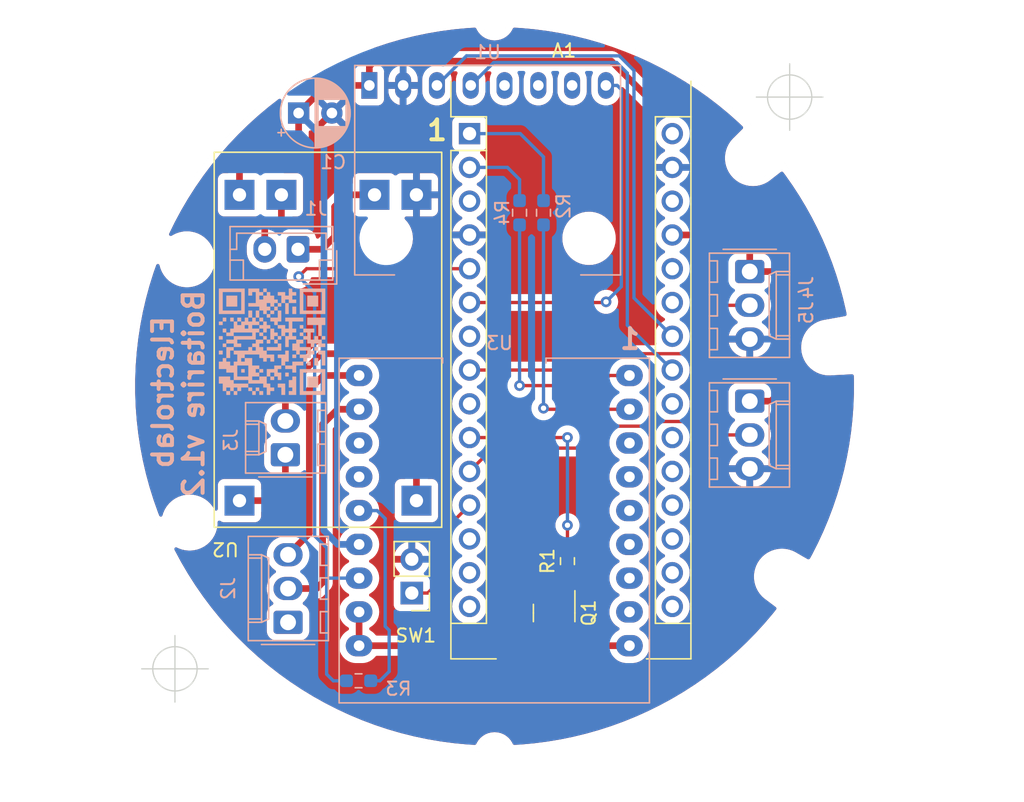
<source format=kicad_pcb>
(kicad_pcb (version 20211014) (generator pcbnew)

  (general
    (thickness 1.6)
  )

  (paper "A4")
  (layers
    (0 "F.Cu" signal)
    (31 "B.Cu" signal)
    (32 "B.Adhes" user "B.Adhesive")
    (33 "F.Adhes" user "F.Adhesive")
    (34 "B.Paste" user)
    (35 "F.Paste" user)
    (36 "B.SilkS" user "B.Silkscreen")
    (37 "F.SilkS" user "F.Silkscreen")
    (38 "B.Mask" user)
    (39 "F.Mask" user)
    (40 "Dwgs.User" user "User.Drawings")
    (41 "Cmts.User" user "User.Comments")
    (42 "Eco1.User" user "User.Eco1")
    (43 "Eco2.User" user "User.Eco2")
    (44 "Edge.Cuts" user)
    (45 "Margin" user)
    (46 "B.CrtYd" user "B.Courtyard")
    (47 "F.CrtYd" user "F.Courtyard")
    (48 "B.Fab" user)
    (49 "F.Fab" user)
    (50 "User.1" user)
    (51 "User.2" user)
    (52 "User.3" user)
    (53 "User.4" user)
    (54 "User.5" user)
    (55 "User.6" user)
    (56 "User.7" user)
    (57 "User.8" user)
    (58 "User.9" user)
  )

  (setup
    (stackup
      (layer "F.SilkS" (type "Top Silk Screen"))
      (layer "F.Paste" (type "Top Solder Paste"))
      (layer "F.Mask" (type "Top Solder Mask") (color "Green") (thickness 0.01))
      (layer "F.Cu" (type "copper") (thickness 0.035))
      (layer "dielectric 1" (type "core") (thickness 1.51) (material "FR4") (epsilon_r 4.5) (loss_tangent 0.02))
      (layer "B.Cu" (type "copper") (thickness 0.035))
      (layer "B.Mask" (type "Bottom Solder Mask") (color "Green") (thickness 0.01))
      (layer "B.Paste" (type "Bottom Solder Paste"))
      (layer "B.SilkS" (type "Bottom Silk Screen"))
      (copper_finish "None")
      (dielectric_constraints no)
    )
    (pad_to_mask_clearance 0)
    (pcbplotparams
      (layerselection 0x00010f0_ffffffff)
      (disableapertmacros false)
      (usegerberextensions false)
      (usegerberattributes true)
      (usegerberadvancedattributes true)
      (creategerberjobfile true)
      (svguseinch false)
      (svgprecision 6)
      (excludeedgelayer true)
      (plotframeref false)
      (viasonmask false)
      (mode 1)
      (useauxorigin false)
      (hpglpennumber 1)
      (hpglpenspeed 20)
      (hpglpendiameter 15.000000)
      (dxfpolygonmode true)
      (dxfimperialunits true)
      (dxfusepcbnewfont true)
      (psnegative false)
      (psa4output false)
      (plotreference true)
      (plotvalue true)
      (plotinvisibletext false)
      (sketchpadsonfab false)
      (subtractmaskfromsilk false)
      (outputformat 1)
      (mirror false)
      (drillshape 0)
      (scaleselection 1)
      (outputdirectory "export/")
    )
  )

  (net 0 "")
  (net 1 "Net-(A1-Pad1)")
  (net 2 "Net-(A1-Pad2)")
  (net 3 "GND")
  (net 4 "/BUSY")
  (net 5 "/INT")
  (net 6 "/TX")
  (net 7 "/SDA")
  (net 8 "/CAP_SENSOR_2")
  (net 9 "/SCL")
  (net 10 "/RX")
  (net 11 "/GND_AUDIO_SW")
  (net 12 "/CAP_SENSOR_1")
  (net 13 "VCC")
  (net 14 "/SENSOR_POSITION")
  (net 15 "-BATT")
  (net 16 "+BATT")
  (net 17 "/SP-")
  (net 18 "/SP+")
  (net 19 "+5V")
  (net 20 "GNDPWR")
  (net 21 "/GND_AUDIO")
  (net 22 "Net-(Q1-Pad1)")
  (net 23 "Net-(R3-Pad2)")
  (net 24 "unconnected-(A1-Pad3)")
  (net 25 "unconnected-(A1-Pad13)")
  (net 26 "unconnected-(A1-Pad14)")
  (net 27 "unconnected-(A1-Pad15)")
  (net 28 "unconnected-(A1-Pad16)")
  (net 29 "unconnected-(A1-Pad17)")
  (net 30 "unconnected-(A1-Pad18)")
  (net 31 "unconnected-(A1-Pad22)")
  (net 32 "unconnected-(A1-Pad25)")
  (net 33 "unconnected-(A1-Pad26)")
  (net 34 "unconnected-(A1-Pad28)")
  (net 35 "unconnected-(A1-Pad30)")
  (net 36 "unconnected-(J2-Pad1)")
  (net 37 "unconnected-(U1-Pad5)")
  (net 38 "unconnected-(U1-Pad6)")
  (net 39 "unconnected-(U1-Pad7)")
  (net 40 "unconnected-(U3-Pad3)")
  (net 41 "unconnected-(U3-Pad4)")
  (net 42 "unconnected-(U3-Pad5)")
  (net 43 "unconnected-(U3-Pad6)")
  (net 44 "unconnected-(U3-Pad7)")
  (net 45 "unconnected-(U3-Pad8)")
  (net 46 "unconnected-(U3-Pad15)")
  (net 47 "unconnected-(U3-Pad16)")
  (net 48 "unconnected-(A1-Pad19)")
  (net 49 "unconnected-(A1-Pad20)")
  (net 50 "unconnected-(A1-Pad21)")
  (net 51 "unconnected-(A1-Pad7)")
  (net 52 "unconnected-(A1-Pad9)")

  (footprint "boitarire_lib:HW-107" (layer "F.Cu") (at 151.5 65 180))

  (footprint "MountingHole:MountingHole_3.2mm_M3" (layer "F.Cu") (at 141.1 79))

  (footprint "Resistor_SMD:R_0603_1608Metric_Pad0.98x0.95mm_HandSolder" (layer "F.Cu") (at 169.5 81.9 -90))

  (footprint "Package_TO_SOT_SMD:SOT-23" (layer "F.Cu") (at 168.5 85.8 -90))

  (footprint "Connector_PinHeader_2.54mm:PinHeader_1x02_P2.54mm_Vertical" (layer "F.Cu") (at 157.8 84.3 180))

  (footprint "MountingHole:MountingHole_3.2mm_M3" (layer "F.Cu") (at 140.9 59.2))

  (footprint "Module:Arduino_Nano" (layer "F.Cu") (at 162.14 49.75))

  (footprint "boitarire_lib:GY-521" (layer "B.Cu") (at 163.5 46.125))

  (footprint "boitarire_lib:R_0603_1608Metric_Pad0.98x0.95mm_HandSolder" (layer "B.Cu") (at 153.8 90.9))

  (footprint "Connector_Molex:Molex_KK-254_AE-6410-03A_1x03_P2.54mm_Vertical" (layer "B.Cu") (at 183.2 69.87 -90))

  (footprint "Connector_Molex:Molex_KK-254_AE-6410-02A_1x02_P2.54mm_Vertical" (layer "B.Cu") (at 148.3 73.9 90))

  (footprint "Resistor_SMD:R_0603_1608Metric_Pad0.98x0.95mm_HandSolder" (layer "B.Cu") (at 165.9 55.7 90))

  (footprint "Connector_JST:JST_EH_B2B-EH-A_1x02_P2.50mm_Vertical" (layer "B.Cu") (at 149.25 58.45 180))

  (footprint "Connector_Molex:Molex_KK-254_AE-6410-03A_1x03_P2.54mm_Vertical" (layer "B.Cu") (at 148.5 86.5 90))

  (footprint "Connector_Molex:Molex_KK-254_AE-6410-03A_1x03_P2.54mm_Vertical" (layer "B.Cu") (at 183.2 60.12 -90))

  (footprint "Resistor_SMD:R_0603_1608Metric_Pad0.98x0.95mm_HandSolder" (layer "B.Cu") (at 167.7 55.7 90))

  (footprint "Capacitor_THT:CP_Radial_D5.0mm_P2.50mm" (layer "B.Cu") (at 149.294888 48.2))

  (footprint "boitarire_lib:DY-SV17F" (layer "B.Cu") (at 164 78.1 -90))

  (footprint "boitarire_lib:qr-code" (layer "B.Cu") (at 147.3 65.4 180))

  (gr_arc (start 185.732335 51.838066) (mid 189.146036 57.519351) (end 191.10244 63.852031) (layer "Edge.Cuts") (width 0.00031) (tstamp 0771535b-5e86-4820-a6e9-12e0016d9075))
  (gr_arc (start 191.504083 67.309668) (mid 190.781395 75.174627) (end 187.854698 82.51045) (layer "Edge.Cuts") (width 0.00031) (tstamp 0c9379ea-c660-497b-a63d-914c7c3edee0))
  (gr_arc (start 163.020306 96.252702) (mid 164.020901 95.270142) (end 165.021494 96.252705) (layer "Edge.Cuts") (width 0.00031) (tstamp 3224ca41-21c1-43e1-9fdd-31ee0670b277))
  (gr_line (start 189.254863 67.427547) (end 191.504071 67.309668) (layer "Edge.Cuts") (width 0.00031) (tstamp 36124aea-a0f0-4a18-a1d3-eb3d7aa0deea))
  (gr_arc (start 163.020304 96.252705) (mid 136.5 68.750001) (end 163.020305 41.247297) (layer "Edge.Cuts") (width 0.00031) (tstamp 395de218-b1e2-4bfb-a2b8-e4eaa5460b5a))
  (gr_line (start 187.854699 82.510451) (end 186.425114 81.685124) (layer "Edge.Cuts") (width 0.00031) (tstamp 396d5c09-c203-4f99-81ca-2ef2a4db8c95))
  (gr_arc (start 165.021494 41.247296) (mid 164.020902 42.22986) (end 163.020306 41.247301) (layer "Edge.Cuts") (width 0.00031) (tstamp 42bb9491-1967-4af9-be51-e73edb8e701c))
  (gr_line (start 185.975873 85.344503) (end 184.659073 84.349147) (layer "Edge.Cuts") (width 0.00031) (tstamp 5315bde5-6382-4849-bdc8-6c92071d596d))
  (gr_arc (start 184.430118 52.852479) (mid 182.246139 52.649392) (end 182.313921 50.457039) (layer "Edge.Cuts") (width 0.00031) (tstamp 6ec839df-198a-41d7-9889-ee4857330a6d))
  (gr_line (start 185.732388 51.838058) (end 184.430099 52.852429) (layer "Edge.Cuts") (width 0.00031) (tstamp 77c7fcbe-b62f-4cf2-88b4-ea755ad1d9e1))
  (gr_arc (start 189.2548 67.427545) (mid 187.580478 66.013284) (end 188.886018 64.252871) (layer "Edge.Cuts") (width 0.00031) (tstamp 82c68b7e-f877-4350-a173-5c449792fff7))
  (gr_arc (start 165.021496 41.247297) (mid 175.013243 43.519695) (end 183.481115 49.289786) (layer "Edge.Cuts") (width 0.00031) (tstamp a4db611b-69a8-42c2-ae0d-0ec9a6aaee95))
  (gr_line (start 182.313892 50.457009) (end 183.481078 49.289823) (layer "Edge.Cuts") (width 0.00031) (tstamp bda276b9-5982-457c-b67e-1e157359b412))
  (gr_line (start 188.886083 64.252876) (end 191.102466 63.852012) (layer "Edge.Cuts") (width 0.00031) (tstamp c5770c9c-f953-4ae1-b872-33b9a0d2ae8d))
  (gr_arc (start 185.975907 85.344506) (mid 176.728658 93.161326) (end 165.021495 96.252705) (layer "Edge.Cuts") (width 0.00031) (tstamp d5d2f683-6a06-4d29-ac46-041cfd766c19))
  (gr_arc (start 184.658996 84.349151) (mid 184.289923 82.187028) (end 186.425114 81.685083) (layer "Edge.Cuts") (width 0.00031) (tstamp fc114ddc-b8c4-4547-b7eb-a5e5101ba8a8))
  (gr_text "Electrolab" (at 139.1 69.2 90) (layer "B.SilkS") (tstamp 278fe4ee-820f-43c7-98d8-16da8c7b9a48)
    (effects (font (size 1.5 1.5) (thickness 0.3)) (justify mirror))
  )
  (gr_text "Boitarire v1.2" (at 141.4 69.3 -270) (layer "B.SilkS") (tstamp a0e2e1b1-52e3-4bf3-8b1e-c60b62b615be)
    (effects (font (size 1.5 1.5) (thickness 0.3)) (justify mirror))
  )
  (gr_text "1" (at 174.2 65.2) (layer "B.SilkS") (tstamp fa3c4bc7-1015-4b1b-bfd2-e89f8f335cbb)
    (effects (font (size 1.5 1.5) (thickness 0.3)) (justify mirror))
  )
  (gr_text "1" (at 159.7 49.5) (layer "F.SilkS") (tstamp a810a7e3-2f16-4c1e-b37b-acbeb2e8cd0f)
    (effects (font (size 1.5 1.5) (thickness 0.3)))
  )
  (target plus (at 140 90) (size 5) (width 0.1) (layer "Edge.Cuts") (tstamp 12a6ff18-ef07-4184-98f8-a6131c79a104))
  (target plus (at 186.2 47) (size 5) (width 0.1) (layer "Edge.Cuts") (tstamp fcc94c36-f8aa-4750-9604-8a5e81a9d9cf))

  (segment (start 167.7 51.5) (end 167.7 54.7875) (width 0.25) (layer "B.Cu") (net 1) (tstamp 967df801-8baf-48fa-b56e-d57c5d411517))
  (segment (start 162.14 49.75) (end 165.95 49.75) (width 0.25) (layer "B.Cu") (net 1) (tstamp a4849fae-d6f5-4f08-8b9d-926b6dab5408))
  (segment (start 165.95 49.75) (end 167.7 51.5) (width 0.25) (layer "B.Cu") (net 1) (tstamp e428bd60-4d33-4891-ba5c-b487902305b8))
  (segment (start 165.9 53.2) (end 165.9 54.7875) (width 0.25) (layer "B.Cu") (net 2) (tstamp 0f4c494e-1079-4a89-a528-8ebde33019ca))
  (segment (start 162.14 52.29) (end 164.99 52.29) (width 0.25) (layer "B.Cu") (net 2) (tstamp b3f1044c-701a-4f3f-bc43-21b13c38098f))
  (segment (start 164.99 52.29) (end 165.9 53.2) (width 0.25) (layer "B.Cu") (net 2) (tstamp d931b462-5b5b-48ee-9e2a-26d7e5912807))
  (segment (start 149.89 59.91) (end 162.14 59.91) (width 0.25) (layer "F.Cu") (net 4) (tstamp 14315820-97a3-48a1-b534-2f1653b11d23))
  (segment (start 149.3 60.5) (end 149.89 59.91) (width 0.25) (layer "F.Cu") (net 4) (tstamp 87e9e40a-5e58-45d0-ae56-d885c312a2de))
  (via (at 149.3 60.5) (size 0.8) (drill 0.4) (layers "F.Cu" "B.Cu") (net 4) (tstamp 30a69de2-738d-42d8-b265-dc90dff56564))
  (segment (start 151.4 90.4) (end 151.4 83.8) (width 0.25) (layer "B.Cu") (net 4) (tstamp 09a14385-977b-4c2c-86dd-2083a11af73f))
  (segment (start 153.84 83.18) (end 151.42 83.18) (width 0.25) (layer "B.Cu") (net 4) (tstamp 145f89d4-8b39-47ae-9dba-cc05b4016465))
  (segment (start 151.4 83.8) (end 151.4 83.2) (width 0.25) (layer "B.Cu") (net 4) (tstamp 2673918a-ed23-4948-adab-bd775b66166b))
  (segment (start 151.42 83.18) (end 151.4 83.2) (width 0.25) (layer "B.Cu") (net 4) (tstamp 26efee6e-9dc2-414e-880f-c9c57c8de0d4))
  (segment (start 151.4 80.9) (end 150.5 80) (width 0.25) (layer "B.Cu") (net 4) (tstamp 31481262-67f2-40da-9a6e-f37f26f06965))
  (segment (start 151.9 90.9) (end 151.4 90.4) (width 0.25) (layer "B.Cu") (net 4) (tstamp 3559e708-7e33-4e0f-8255-5318a49aa8b7))
  (segment (start 152.8875 90.9) (end 151.9 90.9) (width 0.25) (layer "B.Cu") (net 4) (tstamp 87fd6ab7-43c7-43e1-ac5d-0f3da82f67fb))
  (segment (start 151.4 83.2) (end 151.4 80.9) (width 0.25) (layer "B.Cu") (net 4) (tstamp a5fa7c6b-9532-44c4-9b46-1df7393962e5))
  (segment (start 150.5 80) (end 150.5 61.7) (width 0.25) (layer "B.Cu") (net 4) (tstamp ec3d6a15-d32c-4ce2-a6d0-d03868b3a20b))
  (segment (start 150.5 61.7) (end 149.3 60.5) (width 0.25) (layer "B.Cu") (net 4) (tstamp fbacc4e5-6191-4a98-8181-d2c87bee42a0))
  (segment (start 162.14 62.45) (end 172.35 62.45) (width 0.25) (layer "F.Cu") (net 5) (tstamp 22fd2b24-21de-4878-8255-16aa07fe74eb))
  (segment (start 172.35 62.45) (end 172.4 62.4) (width 0.25) (layer "F.Cu") (net 5) (tstamp ddcfe3ab-cb32-4cb1-b4d1-62b104aa3ab8))
  (via (at 172.4 62.4) (size 0.8) (drill 0.4) (layers "F.Cu" "B.Cu") (net 5) (tstamp 6d7428e0-4644-4a6c-b70e-3b7036a446cf))
  (segment (start 173.55048 46.43548) (end 173.55048 50.15048) (width 0.25) (layer "B.Cu") (net 5) (tstamp 02432c60-dbd4-4151-82b3-bfa4befd9f27))
  (segment (start 173.24 46.125) (end 173.55048 46.43548) (width 0.25) (layer "B.Cu") (net 5) (tstamp 34dfec69-59c1-4d88-aa2b-85659eb1c5b3))
  (segment (start 172.39 46.125) (end 173.24 46.125) (width 0.25) (layer "B.Cu") (net 5) (tstamp 8a6d696e-c30f-4ed0-9f63-8593c9b1cd3b))
  (segment (start 173.55048 61.24952) (end 173.55048 49.95048) (width 0.25) (layer "B.Cu") (net 5) (tstamp 9f54ea7b-2dbe-4c11-9124-318969171d49))
  (segment (start 172.4 62.4) (end 173.55048 61.24952) (width 0.25) (layer "B.Cu") (net 5) (tstamp b48e43c0-fe10-4d0c-9fca-545afa40fe7d))
  (segment (start 174.16 70.48) (end 167.78 70.48) (width 0.25) (layer "F.Cu") (net 6) (tstamp 23d6215c-5ccd-448a-9dca-fb24b263b819))
  (segment (start 167.78 70.48) (end 167.7 70.4) (width 0.25) (layer "F.Cu") (net 6) (tstamp 623f0fd1-05e3-4aed-b4a4-842ebc101656))
  (via (at 167.7 70.4) (size 0.8) (drill 0.4) (layers "F.Cu" "B.Cu") (net 6) (tstamp 4833e46b-f647-4405-8958-8388c09e9ad1))
  (segment (start 167.7 70.4) (end 167.7 56.6125) (width 0.25) (layer "B.Cu") (net 6) (tstamp 7ab43dd5-158c-4fb4-89fd-0268b2095c18))
  (segment (start 177.38 67.53) (end 174 64.15) (width 0.25) (layer "B.Cu") (net 7) (tstamp a367b837-9c05-48ef-9036-2c934e8deefd))
  (segment (start 174 64.15) (end 174 45.2) (width 0.25) (layer "B.Cu") (net 7) (tstamp ddad0104-21f0-4e29-85af-4414e34a82dd))
  (segment (start 174 45.2) (end 173.2 44.4) (width 0.25) (layer "B.Cu") (net 7) (tstamp e93177f5-2dce-43e7-a9f2-ec3a958e5ca0))
  (segment (start 163.955 44.4) (end 162.23 46.125) (width 0.25) (layer "B.Cu") (net 7) (tstamp ecdcc377-428c-4024-acaa-bf5f481f5e8e))
  (segment (start 173.2 44.4) (end 163.955 44.4) (width 0.25) (layer "B.Cu") (net 7) (tstamp f051b5f5-8497-4588-93d8-7244b316bcbf))
  (segment (start 171.17 67.53) (end 162.14 67.53) (width 0.25) (layer "F.Cu") (net 8) (tstamp 0e939dcd-972c-4c21-b789-af022399f0da))
  (segment (start 179.5 65.5) (end 178.7 66.3) (width 0.25) (layer "F.Cu") (net 8) (tstamp 4314e1d9-fafd-4c92-b6f2-b9fbf97902a4))
  (segment (start 172.4 66.3) (end 171.17 67.53) (width 0.25) (layer "F.Cu") (net 8) (tstamp 827a5407-8fb8-4a38-8048-376d7246c5cf))
  (segment (start 179.5 64.5) (end 179.5 65.5) (width 0.25) (layer "F.Cu") (net 8) (tstamp a0f61e78-77ef-4bc6-a9b9-922ad463ebc3))
  (segment (start 178.7 66.3) (end 172.4 66.3) (width 0.25) (layer "F.Cu") (net 8) (tstamp aef363d2-3145-4893-9c5d-78c4d33ede7f))
  (segment (start 181.34 62.66) (end 179.5 64.5) (width 0.25) (layer "F.Cu") (net 8) (tstamp c9f316e6-5ed4-42e2-b1ac-7360b7c8c59e))
  (segment (start 183.2 62.66) (end 181.34 62.66) (width 0.25) (layer "F.Cu") (net 8) (tstamp de5491b3-a195-42a0-9946-4604b746e07c))
  (segment (start 174.5 45) (end 173.4 43.9) (width 0.25) (layer "B.Cu") (net 9) (tstamp 099b495b-eb72-4208-b491-c50c4f449fd0))
  (segment (start 173.4 43.9) (end 161.915 43.9) (width 0.25) (layer "B.Cu") (net 9) (tstamp b67a5d25-290a-4252-a9b7-e682b39b21e1))
  (segment (start 177.38 64.99) (end 174.5 62.11) (width 0.25) (layer "B.Cu") (net 9) (tstamp d9a2b80c-dc5f-4760-b55e-fe911d45dbf5))
  (segment (start 161.915 43.9) (end 159.69 46.125) (width 0.25) (layer "B.Cu") (net 9) (tstamp e8848ca5-e769-4140-a08b-05e6d9c77e7d))
  (segment (start 174.5 62.11) (end 174.5 45) (width 0.25) (layer "B.Cu") (net 9) (tstamp f4017f14-3c64-40a7-987f-82c58b56e986))
  (segment (start 174.16 67.94) (end 172.66 67.94) (width 0.25) (layer "F.Cu") (net 10) (tstamp 53ea5240-fa24-4753-9134-e74260346782))
  (segment (start 172.66 67.94) (end 172.4 68.2) (width 0.25) (layer "F.Cu") (net 10) (tstamp 5d6b9586-ca7e-4037-972b-a096dd01d04c))
  (segment (start 171.9 68.7) (end 165.9 68.7) (width 0.25) (layer "F.Cu") (net 10) (tstamp b5ffc3b0-893d-4977-bac8-ca0fd10d098d))
  (segment (start 172.4 68.2) (end 171.9 68.7) (width 0.25) (layer "F.Cu") (net 10) (tstamp f909a326-ccb7-4ca7-9b53-8a1c03d62691))
  (via (at 165.9 68.7) (size 0.8) (drill 0.4) (layers "F.Cu" "B.Cu") (net 10) (tstamp fa1503a0-19c0-4e06-a1de-65c87d9f3046))
  (segment (start 165.9 68.7) (end 165.9 56.6125) (width 0.25) (layer "B.Cu") (net 10) (tstamp 75e54a73-a71d-4649-833f-7b284b918c88))
  (segment (start 169.5 72.6) (end 169.49 72.61) (width 0.25) (layer "F.Cu") (net 11) (tstamp 5a820ba6-f83e-4c0b-bf20-5ed1ac518fdf))
  (segment (start 169.5 80.9875) (end 169.5 79.2) (width 0.25) (layer "F.Cu") (net 11) (tstamp 5cdf6703-38b5-4053-aeec-107fdaee834e))
  (segment (start 169.49 72.61) (end 162.14 72.61) (width 0.25) (layer "F.Cu") (net 11) (tstamp f07b9308-7c76-4193-9723-f96106b5e322))
  (via (at 169.5 72.6) (size 0.8) (drill 0.4) (layers "F.Cu" "B.Cu") (net 11) (tstamp 5b82197d-ce76-4700-881f-e10b27038d28))
  (via (at 169.5 79.2) (size 0.8) (drill 0.4) (layers "F.Cu" "B.Cu") (net 11) (tstamp 6246c030-44cb-431e-a78b-a1b57047f127))
  (segment (start 169.5 79.2) (end 169.5 72.6) (width 0.25) (layer "B.Cu") (net 11) (tstamp 1ccffebf-d8c0-48c4-b167-8e5a36bc9f41))
  (segment (start 175.65 71.75) (end 176 71.4) (width 0.25) (layer "F.Cu") (net 12) (tstamp 16567fe0-7fae-4da8-a3cf-e6b0e4275556))
  (segment (start 176 71.4) (end 178.6 71.4) (width 0.25) (layer "F.Cu") (net 12) (tstamp 3d5d8ac0-d476-4f14-824e-2f7001dbc8e6))
  (segment (start 179.61 72.41) (end 183.2 72.41) (width 0.25) (layer "F.Cu") (net 12) (tstamp 57406802-b4fa-4790-b6ab-60c540fe164a))
  (segment (start 162.14 75.15) (end 163.89 73.4) (width 0.25) (layer "F.Cu") (net 12) (tstamp 98a9f7a5-eae9-44c3-8692-a72595c86c85))
  (segment (start 163.89 73.4) (end 170.9 73.4) (width 0.25) (layer "F.Cu") (net 12) (tstamp ae92b1b1-d2b5-41b3-bb3b-41a4cfa09d28))
  (segment (start 170.9 73.4) (end 172.55 71.75) (width 0.25) (layer "F.Cu") (net 12) (tstamp df6353d0-2c9c-4788-8540-9149be3f1eec))
  (segment (start 178.6 71.4) (end 179.61 72.41) (width 0.25) (layer "F.Cu") (net 12) (tstamp e9582ee5-ac43-4f70-b2f5-f954d6ece849))
  (segment (start 172.55 71.75) (end 175.65 71.75) (width 0.25) (layer "F.Cu") (net 12) (tstamp f01d2884-7dc8-40d7-81da-463742338702))
  (segment (start 145.4 51.8) (end 147.8 51.8) (width 0.5) (layer "F.Cu") (net 13) (tstamp 03314621-13f4-4b01-8f52-61e628a96994))
  (segment (start 184.85 60.12) (end 185.45 60.72) (width 0.5) (layer "F.Cu") (net 13) (tstamp 0c38b0a7-23e3-4999-8647-a14c6f4ff586))
  (segment (start 176 47.5) (end 177.5 47.5) (width 0.5) (layer "F.Cu") (net 13) (tstamp 0edb1bef-bd3f-4a0d-873c-485add941b82))
  (segment (start 184.8 69.87) (end 183.2 69.87) (width 0.5) (layer "F.Cu") (net 13) (tstamp 1a2b3af2-7f55-4754-bc30-b0fd4fa3b935))
  (segment (start 154.61 44.69) (end 155 44.3) (width 0.5) (layer "F.Cu") (net 13) (tstamp 1baf5a51-4932-4768-961e-9f7f2cf220f4))
  (segment (start 185.45 60.72) (end 185.45 69.22) (width 0.5) (layer "F.Cu") (net 13) (tstamp 2f822527-5c24-45fe-9b64-f0d1f1526cf1))
  (segment (start 179.57 57.37) (end 182.27 57.37) (width 0.5) (layer "F.Cu") (net 13) (tstamp 40be339c-091a-43a4-8ba9-2c6e2f07ad9b))
  (segment (start 149.294888 50.305112) (end 149.294888 48.2) (width 0.5) (layer "F.Cu") (net 13) (tstamp 4ddd1a38-27b5-48d2-baf1-c09c33d65ce1))
  (segment (start 179.5 49.5) (end 179.5 57.3) (width 0.5) (layer "F.Cu") (net 13) (tstamp 4f83a436-1375-4086-91a4-e5930e19c2d6))
  (segment (start 155 44.3) (end 172.8 44.3) (width 0.5) (layer "F.Cu") (net 13) (tstamp 5dd8707d-a541-415b-972e-7d89250a0a95))
  (segment (start 144.85 52.35) (end 145.4 51.8) (width 0.5) (layer "F.Cu") (net 13) (tstamp 5e91fa76-7488-4731-b87f-0562a3ef6b10))
  (segment (start 172.8 44.3) (end 176 47.5) (width 0.5) (layer "F.Cu") (net 13) (tstamp 632a0cd3-1392-4961-a78f-2defff7422d5))
  (segment (start 179.5 57.3) (end 179.57 57.37) (width 0.5) (layer "F.Cu") (net 13) (tstamp 81aada5c-1893-4598-97dc-6942e7286d5b))
  (segment (start 182.27 57.37) (end 183.2 58.3) (width 0.5) (layer "F.Cu") (net 13) (tstamp 8558b0cb-6e8c-47c0-ab9d-4e76ce784c45))
  (segment (start 185.45 69.22) (end 184.8 69.87) (width 0.5) (layer "F.Cu") (net 13) (tstamp 93a9cbe3-00c6-4e41-bf42-9f1dd5b43448))
  (segment (start 151.369888 46.125) (end 154.61 46.125) (width 0.5) (layer "F.Cu") (net 13) (tstamp 980556e2-24dc-4a9b-a2f2-f2ea71ea80c7))
  (segment (start 177.5 47.5) (end 179.5 49.5) (width 0.5) (layer "F.Cu") (net 13) (tstamp a4c7405f-f435-41f9-9619-7efd72b9560c))
  (segment (start 147.8 51.8) (end 149.294888 50.305112) (width 0.5) (layer "F.Cu") (net 13) (tstamp a4c806de-8a9c-42a3-9438-757615483548))
  (segment (start 154.61 46.125) (end 154.61 44.69) (width 0.5) (layer "F.Cu") (net 13) (tstamp b87c0102-f9c4-4697-98ae-c6ed03e15182))
  (segment (start 183.2 58.3) (end 183.2 60.12) (width 0.5) (layer "F.Cu") (net 13) (tstamp c4ca90ef-2cba-4b28-b565-aead64754827))
  (segment (start 149.294888 48.2) (end 151.369888 46.125) (width 0.5) (layer "F.Cu") (net 13) (tstamp eb551737-c0be-4a52-9050-dd6eca533a94))
  (segment (start 177.38 57.37) (end 179.57 57.37) (width 0.5) (layer "F.Cu") (net 13) (tstamp ee91add1-754a-41d1-83a0-795e92e717cb))
  (segment (start 144.85 54.35) (end 144.85 52.35) (width 0.5) (layer "F.Cu") (net 13) (tstamp f0797df9-5811-4c41-adba-23ecbbd29032))
  (segment (start 183.2 60.12) (end 184.85 60.12) (width 0.5) (layer "F.Cu") (net 13) (tstamp f6d67d17-6217-4ea9-b169-1ac7c9b3aa33))
  (segment (start 149.294888 48.2) (end 151.2 50.105112) (width 0.5) (layer "B.Cu") (net 13) (tstamp 3078affb-1b6e-4015-b386-159afe19c38f))
  (segment (start 151.2 79.6) (end 152.24 80.64) (width 0.5) (layer "B.Cu") (net 13) (tstamp 84cf6172-44d4-4d06-8cdb-619a18d5fac8))
  (segment (start 153.84 80.64) (end 153.8 80.6) (width 0.5) (layer "B.Cu") (net 13) (tstamp 978d0698-5bdd-447e-8edb-eb3ebd3c065c))
  (segment (start 151.2 50.105112) (end 151.2 79.6) (width 0.5) (layer "B.Cu") (net 13) (tstamp c50d4476-86c1-4989-bbeb-bbc32a4c7b0d))
  (segment (start 152.24 80.64) (end 153.84 80.64) (width 0.5) (layer "B.Cu") (net 13) (tstamp e4e39729-c618-4287-8746-9889c9918374))
  (segment (start 159 84.3) (end 160 83.3) (width 0.25) (layer "F.Cu") (net 14) (tstamp 17d5ae6c-c610-4cb9-b709-e67c1a4f889c))
  (segment (start 157.8 84.3) (end 159 84.3) (width 0.25) (layer "F.Cu") (net 14) (tstamp 571fc358-5f81-4576-b3a4-820dd0f9fb5a))
  (segment (start 160 79.83) (end 162.14 77.69) (width 0.25) (layer "F.Cu") (net 14) (tstamp 7eda9b00-ece8-4aff-85f6-e1920232b834))
  (segment (start 160 83.3) (end 160 79.83) (width 0.25) (layer "F.Cu") (net 14) (tstamp 8c4e37ef-252c-4adc-b384-355408d832d1))
  (segment (start 152 55.25) (end 152.9 54.35) (width 0.5) (layer "F.Cu") (net 15) (tstamp 3305a80e-a4bf-4056-bc79-3e2bc38b369c))
  (segment (start 151.05 58.45) (end 152 57.5) (width 0.5) (layer "F.Cu") (net 15) (tstamp 3d375ff2-e0a6-4945-8542-d4826a73ff2c))
  (segment (start 152 57.5) (end 152 55.25) (width 0.5) (layer "F.Cu") (net 15) (tstamp ba84bd55-cdfe-4036-be9d-510986c16111))
  (segment (start 149.25 58.45) (end 151.05 58.45) (width 0.5) (layer "F.Cu") (net 15) (tstamp d079615e-89b7-48f9-8591-ebbec5435e49))
  (segment (start 152.9 54.35) (end 155 54.35) (width 0.5) (layer "F.Cu") (net 15) (tstamp ef5ffc1f-619a-474f-937a-3dbd8f8577d3))
  (segment (start 147.75 56.5) (end 147 56.5) (width 0.5) (layer "F.Cu") (net 16) (tstamp 10432fa2-2abd-44c7-a675-49a425a1caa0))
  (segment (start 146.75 56.75) (end 146.75 58.45) (width 0.5) (layer "F.Cu") (net 16) (tstamp 43ae0c46-b51f-4835-bb3e-be7b0fb465bc))
  (segment (start 148 56.25) (end 147.75 56.5) (width 0.5) (layer "F.Cu") (net 16) (tstamp 491df80a-a69f-48e8-8c6a-67d9129f61e6))
  (segment (start 147 56.5) (end 146.75 56.75) (width 0.5) (layer "F.Cu") (net 16) (tstamp cb1b24e7-bd2a-4889-9d2f-3ff6b0e9718f))
  (segment (start 148 54.35) (end 148 56.25) (width 0.5) (layer "F.Cu") (net 16) (tstamp f0058139-692f-48f4-abbe-8fb26cf7fe3b))
  (segment (start 148.5 83.96) (end 148.5 83.75) (width 0.5) (layer "F.Cu") (net 17) (tstamp 28e8f296-13eb-41cd-b56d-37a672c4682e))
  (segment (start 152.22 70.48) (end 151.1 71.6) (width 0.5) (layer "F.Cu") (net 17) (tstamp aefc3f75-8dd6-4c5c-91b8-b98b50ba82db))
  (segment (start 153.84 70.48) (end 152.22 70.48) (width 0.5) (layer "F.Cu") (net 17) (tstamp b377cb49-a8ce-4e04-9315-10151f5e117f))
  (segment (start 151.1 83.5) (end 150.64 83.96) (width 0.5) (layer "F.Cu") (net 17) (tstamp c03fb534-d059-42f2-acc2-51c45d567ee3))
  (segment (start 151.1 71.6) (end 151.1 83.5) (width 0.5) (layer "F.Cu") (net 17) (tstamp d3155e0d-dcc3-44a2-95ba-dd4c013bfce8))
  (segment (start 150.64 83.96) (end 148.5 83.96) (width 0.5) (layer "F.Cu") (net 17) (tstamp e1726180-867d-4948-a1c5-552956be8a17))
  (segment (start 150.1 79.82) (end 148.5 81.42) (width 0.5) (layer "F.Cu") (net 18) (tstamp 3fbaec16-ca50-4277-8251-71f3de7bfd86))
  (segment (start 153.84 67.94) (end 151.16 67.94) (width 0.5) (layer "F.Cu") (net 18) (tstamp 5e5fe53c-04fd-4d01-b667-a783c2673949))
  (segment (start 150.1 69) (end 150.1 79.82) (width 0.5) (layer "F.Cu") (net 18) (tstamp 74ed809e-6ce2-47cf-90cc-b4a6e44ddcbf))
  (segment (start 151.16 67.94) (end 150.1 69) (width 0.5) (layer "F.Cu") (net 18) (tstamp bbd5dd31-52c2-41f8-9546-85f5ac33e69f))
  (segment (start 147.45 77.35) (end 148.3 76.5) (width 0.5) (layer "F.Cu") (net 19) (tstamp 0d0ed9d8-5fc5-4aed-ac7b-8edea5bb8142))
  (segment (start 148.3 76.5) (end 148.3 73.9) (width 0.5) (layer "F.Cu") (net 19) (tstamp 2ea57edc-650e-4372-a12a-cc6e5b353be0))
  (segment (start 144.85 77.35) (end 147.45 77.35) (width 0.5) (layer "F.Cu") (net 19) (tstamp a86c37ec-4ca4-41b6-ac9e-c623b6a3a20f))
  (segment (start 148.3 69) (end 148.3 71.36) (width 0.5) (layer "F.Cu") (net 20) (tstamp 694e8386-8ff6-4294-a062-4349dd51ccd4))
  (segment (start 158.15 75.05) (end 156.4 73.3) (width 0.5) (layer "F.Cu") (net 20) (tstamp 73ca0110-ed59-4dd1-9b46-d3743998880e))
  (segment (start 156.4 73.3) (end 156.4 67.9) (width 0.5) (layer "F.Cu") (net 20) (tstamp 8857d9e8-352f-480d-9f77-4b4a0f219c62))
  (segment (start 158.15 77.35) (end 158.15 75.05) (width 0.5) (layer "F.Cu") (net 20) (tstamp 9a03c4cd-8a47-40de-bc1a-13feaf6c158f))
  (segment (start 151 66.3) (end 148.3 69) (width 0.5) (layer "F.Cu") (net 20) (tstamp bde9fc7d-5187-44aa-8a22-3ce3f21e5098))
  (segment (start 156.4 67.9) (end 154.8 66.3) (width 0.5) (layer "F.Cu") (net 20) (tstamp c4d75238-bcec-4919-8070-d3446cc1ff3c))
  (segment (start 154.8 66.3) (end 151 66.3) (width 0.5) (layer "F.Cu") (net 20) (tstamp f854dee5-04e0-47d3-a5b0-74366e17a154))
  (segment (start 168.34 88.26) (end 174.16 88.26) (width 0.5) (layer "F.Cu") (net 21) (tstamp 98321daf-0a35-45f1-adb7-d066ac4ed822))
  (segment (start 153.84 85.72) (end 153.84 88.26) (width 0.5) (layer "F.Cu") (net 21) (tstamp 9ab81dca-f370-4ab7-82ee-5f64efbd119a))
  (segment (start 168.5 86.7375) (end 168.5 88.1) (width 0.5) (layer "F.Cu") (net 21) (tstamp ac9ad792-855d-48bb-bc88-61351594cd5f))
  (segment (start 153.84 88.26) (end 168.34 88.26) (width 0.5) (layer "F.Cu") (net 21) (tstamp d2975426-5d8d-4b5a-9b12-fbfc91da41e8))
  (segment (start 168.5 88.1) (end 168.34 88.26) (width 0.5) (layer "F.Cu") (net 21) (tstamp f81b2f53-9462-48b8-ba6d-2e4ee0608d31))
  (segment (start 169.45 82.8625) (end 169.5 82.8125) (width 0.25) (layer "F.Cu") (net 22) (tstamp 434a4897-9cd6-4bc5-9bea-2c5f43ecd070))
  (segment (start 169.45 84.8625) (end 169.45 82.8625) (width 0.25) (layer "F.Cu") (net 22) (tstamp b8a5eabf-be3f-43c0-95a0-c67bc3eacfa5))
  (segment (start 155.4 90.9) (end 156.1 90.2) (width 0.25) (layer "B.Cu") (net 23) (tstamp 03139f55-6021-4d38-be4e-16eefe98dfe0))
  (segment (start 154.7125 90.9) (end 155.4 90.9) (width 0.25) (layer "B.Cu") (net 23) (tstamp 37ceebf9-a111-41db-b464-88a78e8a0495))
  (segment (start 156.1 90.2) (end 156.1 87.1) (width 0.25) (layer "B.Cu") (net 23) (tstamp 58dd4d03-4e47-4c25-add3-7e74b1f3809a))
  (segment (start 156.1 87.1) (end 155.8 86.8) (width 0.25) (layer "B.Cu") (net 23) (tstamp 82d8e29d-6344-4d05-b8c9-55fe5f8570d7))
  (segment (start 155.2 78.1) (end 153.84 78.1) (width 0.25) (layer "B.Cu") (net 23) (tstamp cddb1ce2-c419-406a-a27c-8d5d6c504966))
  (segment (start 155.8 86.8) (end 155.8 78.7) (width 0.25) (layer "B.Cu") (net 23) (tstamp e6240de9-fcec-42f4-af86-c17aec1a99a2))
  (segment (start 155.8 78.7) (end 155.2 78.1) (width 0.25) (layer "B.Cu") (net 23) (tstamp ff5f9ac2-1e16-4a63-9272-f3d179bd6522))

  (zone (net 3) (net_name "GND") (layers F&B.Cu) (tstamp ceaa5c83-8f08-4578-a67d-b0ca504b6221) (hatch edge 0.508)
    (priority 50)
    (connect_pads (clearance 0.508))
    (min_thickness 0.254) (filled_areas_thickness no)
    (fill yes (thermal_gap 0.508) (thermal_bridge_width 0.508))
    (polygon
      (pts
        (xy 200.1 100)
        (xy 130 100)
        (xy 130 40)
        (xy 200 39.7)
      )
    )
    (filled_polygon
      (layer "F.Cu")
      (pts
        (xy 165.515071 41.7832)
        (xy 166.010752 41.810535)
        (xy 166.015458 41.810883)
        (xy 167.01806 41.903933)
        (xy 167.022731 41.904455)
        (xy 168.021151 42.03498)
        (xy 168.025786 42.035675)
        (xy 169.018658 42.203499)
        (xy 169.023257 42.204365)
        (xy 169.756863 42.356819)
        (xy 170.009086 42.409235)
        (xy 170.013687 42.410281)
        (xy 170.991189 42.651927)
        (xy 170.995708 42.653135)
        (xy 171.408005 42.771604)
        (xy 171.963474 42.931212)
        (xy 171.967984 42.9326)
        (xy 172.924644 43.246713)
        (xy 172.929098 43.248269)
        (xy 173.873287 43.597967)
        (xy 173.877681 43.599688)
        (xy 174.113954 43.697405)
        (xy 174.808184 43.984523)
        (xy 174.812468 43.98639)
        (xy 175.472359 44.288716)
        (xy 175.72788 44.405782)
        (xy 175.732133 44.407827)
        (xy 176.631206 44.861206)
        (xy 176.635339 44.863388)
        (xy 177.45723 45.317214)
        (xy 177.516822 45.350119)
        (xy 177.520907 45.352476)
        (xy 178.383522 45.871856)
        (xy 178.387491 45.874349)
        (xy 178.522064 45.962404)
        (xy 179.230053 46.425664)
        (xy 179.233953 46.428321)
        (xy 179.672537 46.73936)
        (xy 180.046183 47.004345)
        (xy 180.0553 47.010811)
        (xy 180.059091 47.013609)
        (xy 180.833646 47.607722)
        (xy 180.858006 47.626407)
        (xy 180.861692 47.629345)
        (xy 180.871191 47.637213)
        (xy 181.637158 48.271676)
        (xy 181.640734 48.274754)
        (xy 182.391539 48.945609)
        (xy 182.394999 48.948818)
        (xy 182.663504 49.207451)
        (xy 182.698689 49.269115)
        (xy 182.694951 49.340013)
        (xy 182.665187 49.387294)
        (xy 181.992131 50.06035)
        (xy 181.976114 50.073897)
        (xy 181.959991 50.085377)
        (xy 181.956503 50.088781)
        (xy 181.954499 50.090736)
        (xy 181.954494 50.090742)
        (xy 181.951017 50.094135)
        (xy 181.948101 50.098026)
        (xy 181.947702 50.09848)
        (xy 181.94239 50.105029)
        (xy 181.768801 50.303035)
        (xy 181.766503 50.306478)
        (xy 181.617233 50.530105)
        (xy 181.61723 50.530111)
        (xy 181.61493 50.533556)
        (xy 181.6131 50.537274)
        (xy 181.613099 50.537276)
        (xy 181.503799 50.759357)
        (xy 181.492543 50.782227)
        (xy 181.491218 50.786145)
        (xy 181.491217 50.786147)
        (xy 181.411692 51.021275)
        (xy 181.403744 51.044774)
        (xy 181.35006 51.316683)
        (xy 181.349796 51.320819)
        (xy 181.349796 51.32082)
        (xy 181.348685 51.338232)
        (xy 181.332414 51.593277)
        (xy 181.332693 51.597404)
        (xy 181.332693 51.597407)
        (xy 181.339686 51.700842)
        (xy 181.351109 51.869803)
        (xy 181.351926 51.87386)
        (xy 181.402572 52.125356)
        (xy 181.405824 52.141506)
        (xy 181.407163 52.145415)
        (xy 181.407164 52.14542)
        (xy 181.493962 52.398878)
        (xy 181.495618 52.403714)
        (xy 181.497457 52.407414)
        (xy 181.497459 52.40742)
        (xy 181.590533 52.594735)
        (xy 181.618947 52.65192)
        (xy 181.621256 52.655352)
        (xy 181.621259 52.655356)
        (xy 181.708728 52.785326)
        (xy 181.773691 52.881855)
        (xy 181.776431 52.884957)
        (xy 181.776436 52.884963)
        (xy 181.866316 52.986703)
        (xy 181.95719 53.089568)
        (xy 182.166288 53.271485)
        (xy 182.207808 53.298972)
        (xy 182.393945 53.4222)
        (xy 182.393949 53.422202)
        (xy 182.397391 53.424481)
        (xy 182.401105 53.426291)
        (xy 182.401106 53.426292)
        (xy 182.407511 53.429414)
        (xy 182.646525 53.545924)
        (xy 182.650447 53.547234)
        (xy 182.650452 53.547236)
        (xy 182.877754 53.623155)
        (xy 182.909407 53.633727)
        (xy 183.011043 53.653393)
        (xy 183.177453 53.685593)
        (xy 183.177458 53.685594)
        (xy 183.181517 53.686379)
        (xy 183.185638 53.686626)
        (xy 183.185644 53.686627)
        (xy 183.310859 53.694138)
        (xy 183.458176 53.702976)
        (xy 183.462292 53.702682)
        (xy 183.462299 53.702682)
        (xy 183.7305 53.683527)
        (xy 183.730502 53.683527)
        (xy 183.734629 53.683232)
        (xy 184.006123 53.627487)
        (xy 184.198695 53.560723)
        (xy 184.264087 53.538052)
        (xy 184.26409 53.538051)
        (xy 184.267989 53.536699)
        (xy 184.271672 53.534852)
        (xy 184.271678 53.534849)
        (xy 184.512033 53.414281)
        (xy 184.515725 53.412429)
        (xy 184.519147 53.410107)
        (xy 184.519154 53.410103)
        (xy 184.718322 53.274964)
        (xy 184.729209 53.268354)
        (xy 184.735514 53.26495)
        (xy 184.745501 53.257365)
        (xy 184.765089 53.237034)
        (xy 184.778398 53.225054)
        (xy 184.840264 53.176866)
        (xy 185.535711 52.635173)
        (xy 185.601743 52.609093)
        (xy 185.671393 52.622853)
        (xy 185.713859 52.658873)
        (xy 185.889988 52.893212)
        (xy 185.892531 52.896721)
        (xy 186.027326 53.089568)
        (xy 186.423744 53.656714)
        (xy 186.426172 53.660318)
        (xy 186.930874 54.438194)
        (xy 186.933176 54.44188)
        (xy 187.160799 54.820703)
        (xy 187.37796 55.182115)
        (xy 187.410746 55.23668)
        (xy 187.412914 55.240433)
        (xy 187.553734 55.494227)
        (xy 187.862796 56.051234)
        (xy 187.864839 56.05507)
        (xy 188.286495 56.880898)
        (xy 188.288404 56.884801)
        (xy 188.681339 57.724691)
        (xy 188.683112 57.728658)
        (xy 189.04685 58.581591)
        (xy 189.048485 58.585617)
        (xy 189.13345 58.805581)
        (xy 189.38098 59.446402)
        (xy 189.382586 59.45056)
        (xy 189.384074 59.454617)
        (xy 189.683316 60.316635)
        (xy 189.68817 60.330618)
        (xy 189.689518 60.334729)
        (xy 189.961688 61.215716)
        (xy 189.963222 61.220681)
        (xy 189.964433 61.224855)
        (xy 190.207419 62.1197)
        (xy 190.208485 62.123912)
        (xy 190.420474 63.02661)
        (xy 190.42139 63.030838)
        (xy 190.476568 63.3085)
        (xy 190.478529 63.318367)
        (xy 190.472189 63.38908)
        (xy 190.428624 63.445139)
        (xy 190.377372 63.466914)
        (xy 189.609437 63.605805)
        (xy 188.848061 63.74351)
        (xy 188.827181 63.745513)
        (xy 188.81191 63.7457)
        (xy 188.811906 63.7457)
        (xy 188.807042 63.74576)
        (xy 188.802242 63.746568)
        (xy 188.802239 63.746568)
        (xy 188.79947 63.747034)
        (xy 188.799467 63.747035)
        (xy 188.794676 63.747841)
        (xy 188.790065 63.749375)
        (xy 188.789491 63.749518)
        (xy 188.781358 63.751881)
        (xy 188.696474 63.773057)
        (xy 188.526146 63.815548)
        (xy 188.268557 63.917109)
        (xy 188.026453 64.051469)
        (xy 188.02314 64.053924)
        (xy 188.023137 64.053926)
        (xy 187.935039 64.11921)
        (xy 187.803989 64.216323)
        (xy 187.801019 64.219196)
        (xy 187.801018 64.219197)
        (xy 187.767364 64.251754)
        (xy 187.604983 64.40884)
        (xy 187.602415 64.412075)
        (xy 187.60241 64.412081)
        (xy 187.572202 64.450142)
        (xy 187.432848 64.625719)
        (xy 187.290539 64.863237)
        (xy 187.180498 65.117319)
        (xy 187.179366 65.121291)
        (xy 187.179365 65.121294)
        (xy 187.146222 65.237596)
        (xy 187.104612 65.383605)
        (xy 187.078646 65.559543)
        (xy 187.065776 65.646749)
        (xy 187.064185 65.657526)
        (xy 187.064121 65.661648)
        (xy 187.064121 65.661652)
        (xy 187.062832 65.745109)
        (xy 187.059909 65.93438)
        (xy 187.067028 65.995663)
        (xy 187.090488 66.197613)
        (xy 187.091859 66.209418)
        (xy 187.092868 66.213423)
        (xy 187.092869 66.21343)
        (xy 187.10485 66.260999)
        (xy 187.159485 66.477921)
        (xy 187.261628 66.73528)
        (xy 187.263637 66.738881)
        (xy 187.263639 66.738885)
        (xy 187.38338 66.953502)
        (xy 187.396534 66.977079)
        (xy 187.56189 67.19917)
        (xy 187.754857 67.397741)
        (xy 187.972124 67.569386)
        (xy 188.209963 67.711158)
        (xy 188.213743 67.712785)
        (xy 188.213749 67.712788)
        (xy 188.364884 67.777838)
        (xy 188.464292 67.820625)
        (xy 188.468265 67.821748)
        (xy 188.468272 67.82175)
        (xy 188.726766 67.894784)
        (xy 188.726771 67.894785)
        (xy 188.730749 67.895909)
        (xy 188.734843 67.896504)
        (xy 188.734844 67.896504)
        (xy 189.000669 67.935124)
        (xy 189.000674 67.935124)
        (xy 189.00476 67.935718)
        (xy 189.008888 67.935772)
        (xy 189.008895 67.935773)
        (xy 189.24932 67.938942)
        (xy 189.262031 67.939754)
        (xy 189.26297 67.939862)
        (xy 189.264295 67.940014)
        (xy 189.264298 67.940014)
        (xy 189.26913 67.940569)
        (xy 189.273989 67.940374)
        (xy 189.27399 67.940374)
        (xy 189.275757 67.940303)
        (xy 189.28166 67.940066)
        (xy 189.308977 67.934682)
        (xy 189.326746 67.932477)
        (xy 190.886121 67.850751)
        (xy 190.955195 67.86716)
        (xy 191.004432 67.918309)
        (xy 191.018641 67.972249)
        (xy 191.030105 68.305762)
        (xy 191.030179 68.310297)
        (xy 191.029433 68.766113)
        (xy 191.028622 69.262469)
        (xy 191.028596 69.278094)
        (xy 191.028507 69.282613)
        (xy 191.018741 69.542012)
        (xy 190.992093 70.249746)
        (xy 190.991841 70.254274)
        (xy 190.920645 71.219461)
        (xy 190.92023 71.223978)
        (xy 190.815092 72.179178)
        (xy 190.814341 72.185997)
        (xy 190.813765 72.190476)
        (xy 190.763607 72.532474)
        (xy 190.673329 73.148013)
        (xy 190.672591 73.152488)
        (xy 190.497772 74.104416)
        (xy 190.496872 74.108861)
        (xy 190.409389 74.504494)
        (xy 190.315878 74.927391)
        (xy 190.287921 75.053822)
        (xy 190.286865 75.058222)
        (xy 190.197109 75.4045)
        (xy 190.044036 75.995059)
        (xy 190.04282 75.999428)
        (xy 189.766418 76.926971)
        (xy 189.765044 76.931293)
        (xy 189.455459 77.848227)
        (xy 189.453931 77.852497)
        (xy 189.287882 78.2915)
        (xy 189.147344 78.663056)
        (xy 189.111549 78.75769)
        (xy 189.109873 78.761894)
        (xy 188.978713 79.074195)
        (xy 188.735112 79.65423)
        (xy 188.733281 79.658379)
        (xy 188.555795 80.041725)
        (xy 188.363024 80.458087)
        (xy 188.326657 80.536634)
        (xy 188.324681 80.540706)
        (xy 188.044409 81.093004)
        (xy 187.88672 81.403741)
        (xy 187.884616 81.40771)
        (xy 187.722963 81.699716)
        (xy 187.672473 81.749623)
        (xy 187.603013 81.764312)
        (xy 187.549732 81.747808)
        (xy 187.482865 81.709204)
        (xy 187.196138 81.543671)
        (xy 186.725348 81.271874)
        (xy 186.708117 81.259909)
        (xy 186.696262 81.250119)
        (xy 186.69626 81.250117)
        (xy 186.692509 81.24702)
        (xy 186.681726 81.240618)
        (xy 186.677199 81.238803)
        (xy 186.676665 81.238539)
        (xy 186.668946 81.235095)
        (xy 186.64413 81.222862)
        (xy 186.432783 81.118679)
        (xy 186.3477 81.089842)
        (xy 186.174213 81.031042)
        (xy 186.174205 81.03104)
        (xy 186.170293 81.029714)
        (xy 185.89842 80.975858)
        (xy 185.894292 80.975592)
        (xy 185.894284 80.975591)
        (xy 185.625969 80.958303)
        (xy 185.625965 80.958303)
        (xy 185.621837 80.958037)
        (xy 185.3453 80.976556)
        (xy 185.341253 80.977368)
        (xy 185.341248 80.977369)
        (xy 185.209431 81.003828)
        (xy 185.073563 81.031099)
        (xy 185.069656 81.032434)
        (xy 185.069653 81.032435)
        (xy 184.81521 81.119389)
        (xy 184.815204 81.119391)
        (xy 184.811299 81.120726)
        (xy 184.807599 81.122562)
        (xy 184.807598 81.122562)
        (xy 184.566717 81.242061)
        (xy 184.566712 81.242064)
        (xy 184.563015 81.243898)
        (xy 184.332982 81.398495)
        (xy 184.329887 81.401226)
        (xy 184.329884 81.401228)
        (xy 184.148628 81.56115)
        (xy 184.125154 81.581861)
        (xy 183.943104 81.790843)
        (xy 183.940821 81.794286)
        (xy 183.94082 81.794288)
        (xy 183.792241 82.018408)
        (xy 183.792238 82.018414)
        (xy 183.789961 82.021848)
        (xy 183.78815 82.025558)
        (xy 183.788149 82.025559)
        (xy 183.678156 82.250841)
        (xy 183.66836 82.270904)
        (xy 183.667053 82.27481)
        (xy 183.667051 82.274814)
        (xy 183.620055 82.415222)
        (xy 183.58039 82.533729)
        (xy 183.527564 82.805805)
        (xy 183.527313 82.809939)
        (xy 183.527313 82.809942)
        (xy 183.52448 82.856674)
        (xy 183.510791 83.082453)
        (xy 183.511082 83.086564)
        (xy 183.511082 83.086567)
        (xy 183.512814 83.111042)
        (xy 183.530358 83.358918)
        (xy 183.531186 83.362963)
        (xy 183.531186 83.362964)
        (xy 183.585101 83.626398)
        (xy 183.585103 83.626405)
        (xy 183.58593 83.630446)
        (xy 183.67655 83.892369)
        (xy 183.678402 83.896067)
        (xy 183.714194 83.967533)
        (xy 183.800661 84.140184)
        (xy 183.956129 84.36963)
        (xy 183.958871 84.372714)
        (xy 183.958874 84.372718)
        (xy 184.038076 84.461803)
        (xy 184.140281 84.576762)
        (xy 184.3255 84.736881)
        (xy 184.334693 84.745678)
        (xy 184.339619 84.750894)
        (xy 184.349529 84.758577)
        (xy 184.37424 84.772237)
        (xy 184.389232 84.781977)
        (xy 185.154453 85.3604)
        (xy 185.196734 85.417433)
        (xy 185.201468 85.488272)
        (xy 185.177571 85.538734)
        (xy 185.079294 85.66388)
        (xy 184.955372 85.821682)
        (xy 184.952428 85.825291)
        (xy 184.925738 85.856807)
        (xy 184.310123 86.583729)
        (xy 184.307078 86.587193)
        (xy 183.679622 87.274861)
        (xy 183.637175 87.321381)
        (xy 183.633973 87.324763)
        (xy 182.937412 88.03367)
        (xy 182.934087 88.036932)
        (xy 182.211775 88.719639)
        (xy 182.208331 88.722775)
        (xy 181.4613 89.378303)
        (xy 181.457779 89.381279)
        (xy 180.687032 90.00875)
        (xy 180.683367 90.011623)
        (xy 180.219455 90.361603)
        (xy 179.889918 90.610209)
        (xy 179.886178 90.612923)
        (xy 179.071167 91.181761)
        (xy 179.067299 91.184355)
        (xy 178.231862 91.722657)
        (xy 178.227901 91.725107)
        (xy 177.373121 92.232176)
        (xy 177.369072 92.234478)
        (xy 176.496146 92.709604)
        (xy 176.492015 92.711755)
        (xy 175.602095 93.15431)
        (xy 175.597887 93.156306)
        (xy 174.909718 93.467359)
        (xy 174.69226 93.56565)
        (xy 174.68799 93.567486)
        (xy 173.76781 93.943098)
        (xy 173.763466 93.944778)
        (xy 172.830051 94.286117)
        (xy 172.825648 94.287635)
        (xy 172.376473 94.433311)
        (xy 171.880267 94.59424)
        (xy 171.875838 94.595587)
        (xy 171.408738 94.728211)
        (xy 170.919742 94.867052)
        (xy 170.915239 94.868241)
        (xy 169.949792 95.104177)
        (xy 169.945248 95.105199)
        (xy 169.599111 95.176344)
        (xy 168.971704 95.305301)
        (xy 168.967168 95.306146)
        (xy 168.134996 95.445355)
        (xy 167.986927 95.470124)
        (xy 167.98232 95.470808)
        (xy 166.996653 95.598451)
        (xy 166.992024 95.598963)
        (xy 166.597937 95.635249)
        (xy 166.002368 95.690086)
        (xy 165.997752 95.690426)
        (xy 165.515092 95.716926)
        (xy 165.445979 95.700688)
        (xy 165.396614 95.649662)
        (xy 165.392446 95.640916)
        (xy 165.362454 95.571214)
        (xy 165.36245 95.571206)
        (xy 165.360517 95.566714)
        (xy 165.235508 95.368029)
        (xy 165.08128 95.191064)
        (xy 165.077528 95.187912)
        (xy 164.905289 95.043226)
        (xy 164.905281 95.04322)
        (xy 164.901541 95.040078)
        (xy 164.873031 95.022856)
        (xy 164.704799 94.92123)
        (xy 164.704794 94.921228)
        (xy 164.700615 94.918703)
        (xy 164.483338 94.829859)
        (xy 164.259699 94.776812)
        (xy 164.259691 94.77681)
        (xy 164.25969 94.77681)
        (xy 164.254935 94.775682)
        (xy 164.250071 94.775304)
        (xy 164.250067 94.775303)
        (xy 164.025774 94.757856)
        (xy 164.020902 94.757477)
        (xy 164.01603 94.757856)
        (xy 163.791749 94.775301)
        (xy 163.791744 94.775302)
        (xy 163.786869 94.775681)
        (xy 163.558466 94.829857)
        (xy 163.341189 94.918701)
        (xy 163.33701 94.921226)
        (xy 163.337005 94.921228)
        (xy 163.337002 94.92123)
        (xy 163.140263 95.040076)
        (xy 163.136522 95.043219)
        (xy 163.13652 95.04322)
        (xy 163.063954 95.104177)
        (xy 162.960524 95.191061)
        (xy 162.957314 95.194744)
        (xy 162.957309 95.194749)
        (xy 162.86022 95.30615)
        (xy 162.806294 95.368025)
        (xy 162.681285 95.56671)
        (xy 162.67935 95.571207)
        (xy 162.649454 95.640687)
        (xy 162.604156 95.695355)
        (xy 162.536493 95.716854)
        (xy 162.52675 95.716692)
        (xy 162.465754 95.713315)
        (xy 162.019345 95.688599)
        (xy 162.014584 95.688245)
        (xy 161.000397 95.593451)
        (xy 160.995654 95.592917)
        (xy 160.422896 95.517405)
        (xy 159.985777 95.459775)
        (xy 159.981094 95.459068)
        (xy 158.976944 95.287762)
        (xy 158.972282 95.286876)
        (xy 158.500712 95.187912)
        (xy 157.975372 95.077664)
        (xy 157.97072 95.076595)
        (xy 157.338514 94.918701)
        (xy 156.982463 94.829777)
        (xy 156.977887 94.828541)
        (xy 155.999668 94.544461)
        (xy 155.995132 94.54305)
        (xy 155.028376 94.222119)
        (xy 155.023917 94.220544)
        (xy 154.069969 93.86321)
        (xy 154.065583 93.861471)
        (xy 153.125891 93.468276)
        (xy 153.121529 93.466352)
        (xy 152.197416 93.037848)
        (xy 152.193167 93.035779)
        (xy 151.285939 92.572576)
        (xy 151.281787 92.570356)
        (xy 150.392715 92.073098)
        (xy 150.388611 92.070699)
        (xy 149.519076 91.540161)
        (xy 149.515049 91.537598)
        (xy 148.666229 90.9745)
        (xy 148.662302 90.971786)
        (xy 148.159666 90.610198)
        (xy 147.83542 90.376941)
        (xy 147.831626 90.374101)
        (xy 147.027871 89.748363)
        (xy 147.02416 89.74536)
        (xy 146.423513 89.240067)
        (xy 146.244667 89.089614)
        (xy 146.241076 89.086474)
        (xy 146.054177 88.916749)
        (xy 145.486988 88.401678)
        (xy 145.483521 88.398407)
        (xy 145.342253 88.26)
        (xy 144.942391 87.868238)
        (xy 144.755949 87.685573)
        (xy 144.752603 87.682169)
        (xy 144.103743 86.996392)
        (xy 144.05251 86.942244)
        (xy 144.049298 86.938717)
        (xy 144.035273 86.922722)
        (xy 143.377753 86.172824)
        (xy 143.374707 86.169215)
        (xy 142.915607 85.603767)
        (xy 142.732632 85.378407)
        (xy 142.729694 85.374645)
        (xy 142.118061 84.560121)
        (xy 142.115267 84.55625)
        (xy 141.537303 83.722572)
        (xy 141.534903 83.719111)
        (xy 141.53226 83.715138)
        (xy 141.500434 83.665299)
        (xy 140.984048 82.856655)
        (xy 140.981566 82.852603)
        (xy 140.96827 82.829931)
        (xy 140.466242 81.973933)
        (xy 140.463906 81.96977)
        (xy 140.328302 81.717083)
        (xy 139.982259 81.072257)
        (xy 139.980087 81.068022)
        (xy 139.968682 81.044689)
        (xy 139.956738 80.974704)
        (xy 139.984526 80.909372)
        (xy 140.043225 80.869434)
        (xy 140.114197 80.867571)
        (xy 140.140843 80.878003)
        (xy 140.240392 80.930712)
        (xy 140.510373 81.029511)
        (xy 140.791264 81.090755)
        (xy 140.819841 81.093004)
        (xy 141.014282 81.108307)
        (xy 141.014291 81.108307)
        (xy 141.016739 81.1085)
        (xy 141.172271 81.1085)
        (xy 141.174407 81.108354)
        (xy 141.174418 81.108354)
        (xy 141.382548 81.094165)
        (xy 141.382554 81.094164)
        (xy 141.386825 81.093873)
        (xy 141.39102 81.093004)
        (xy 141.391022 81.093004)
        (xy 141.624327 81.044689)
        (xy 141.668342 81.035574)
        (xy 141.939343 80.939607)
        (xy 142.194812 80.80775)
        (xy 142.198313 80.805289)
        (xy 142.198317 80.805287)
        (xy 142.312418 80.725095)
        (xy 142.430023 80.642441)
        (xy 142.566769 80.515369)
        (xy 142.637479 80.449661)
        (xy 142.637481 80.449658)
        (xy 142.640622 80.44674)
        (xy 142.822713 80.224268)
        (xy 142.972927 79.979142)
        (xy 142.977984 79.967623)
        (xy 143.086757 79.71983)
        (xy 143.088483 79.715898)
        (xy 143.167244 79.439406)
        (xy 143.207751 79.154784)
        (xy 143.208078 79.092477)
        (xy 143.208694 78.974789)
        (xy 143.229052 78.906774)
        (xy 143.282951 78.860563)
        (xy 143.353277 78.850827)
        (xy 143.410256 78.874623)
        (xy 143.478295 78.925615)
        (xy 143.614684 78.976745)
        (xy 143.676866 78.9835)
        (xy 146.023134 78.9835)
        (xy 146.085316 78.976745)
        (xy 146.221705 78.925615)
        (xy 146.338261 78.838261)
        (xy 146.425615 78.721705)
        (xy 146.476745 78.585316)
        (xy 146.4835 78.523134)
        (xy 146.4835 78.2345)
        (xy 146.503502 78.166379)
        (xy 146.557158 78.119886)
        (xy 146.6095 78.1085)
        (xy 147.38293 78.1085)
        (xy 147.40188 78.109933)
        (xy 147.416115 78.112099)
        (xy 147.416119 78.112099)
        (xy 147.423349 78.113199)
        (xy 147.430641 78.112606)
        (xy 147.430644 78.112606)
        (xy 147.476018 78.108915)
        (xy 147.486233 78.1085)
        (xy 147.494293 78.1085)
        (xy 147.507583 78.106951)
        (xy 147.522507 78.105211)
        (xy 147.526882 78.104778)
        (xy 147.592339 78.099454)
        (xy 147.592342 78.099453)
        (xy 147.599637 78.09886)
        (xy 147.606601 78.096604)
        (xy 147.61256 78.095413)
        (xy 147.618415 78.094029)
        (xy 147.625681 78.093182)
        (xy 147.694327 78.068265)
        (xy 147.698455 78.066848)
        (xy 147.760936 78.046607)
        (xy 147.760938 78.046606)
        (xy 147.767899 78.044351)
        (xy 147.774154 78.040555)
        (xy 147.779628 78.038049)
        (xy 147.785058 78.03533)
        (xy 147.791937 78.032833)
        (xy 147.798058 78.02882)
        (xy 147.852976 77.992814)
        (xy 147.85668 77.990477)
        (xy 147.919107 77.952595)
        (xy 147.927484 77.945197)
        (xy 147.927508 77.945224)
        (xy 147.9305 77.942571)
        (xy 147.933733 77.939868)
        (xy 147.939852 77.935856)
        (xy 147.993128 77.879617)
        (xy 147.995506 77.877175)
        (xy 148.788911 77.08377)
        (xy 148.803323 77.071384)
        (xy 148.814918 77.062851)
        (xy 148.814923 77.062846)
        (xy 148.820818 77.058508)
        (xy 148.825557 77.05293)
        (xy 148.82556 77.052927)
        (xy 148.855035 77.018232)
        (xy 148.861965 77.010716)
        (xy 148.867661 77.00502)
        (xy 148.869924 77.002159)
        (xy 148.869929 77.002154)
        (xy 148.885293 76.982734)
        (xy 148.888082 76.979333)
        (xy 148.930592 76.929296)
        (xy 148.930594 76.929294)
        (xy 148.935333 76.923715)
        (xy 148.938662 76.917195)
        (xy 148.942028 76.912148)
        (xy 148.945193 76.907024)
        (xy 148.949735 76.901283)
        (xy 148.954218 76.891693)
        (xy 148.980634 76.83517)
        (xy 148.982565 76.831218)
        (xy 149.012442 76.772708)
        (xy 149.012443 76.772706)
        (xy 149.015769 76.766192)
        (xy 149.017508 76.759086)
        (xy 149.019609 76.753436)
        (xy 149.021524 76.747679)
        (xy 149.024622 76.74105)
        (xy 149.039491 76.669565)
        (xy 149.040461 76.665282)
        (xy 149.056473 76.599844)
        (xy 149.057808 76.59439)
        (xy 149.0585 76.583236)
        (xy 149.058535 76.583238)
        (xy 149.058775 76.579266)
        (xy 149.059152 76.575045)
        (xy 149.060641 76.567885)
        (xy 149.058546 76.490458)
        (xy 149.0585 76.48705)
        (xy 149.0585 75.4045)
        (xy 149.078502 75.336379)
        (xy 149.132158 75.289886)
        (xy 149.1845 75.2785)
        (xy 149.1954 75.2785)
        (xy 149.202502 75.277763)
        (xy 149.272322 75.290631)
        (xy 149.324102 75.339204)
        (xy 149.3415 75.403091)
        (xy 149.3415 79.453629)
        (xy 149.321498 79.52175)
        (xy 149.304595 79.542724)
        (xy 148.842724 80.004595)
        (xy 148.780412 80.038621)
        (xy 148.753629 80.0415)
        (xy 148.216262 80.0415)
        (xy 148.148359 80.047262)
        (xy 148.047209 80.055844)
        (xy 148.047205 80.055845)
        (xy 148.041898 80.056295)
        (xy 148.036741 80.057633)
        (xy 148.036738 80.057634)
        (xy 147.820629 80.113725)
        (xy 147.820625 80.113726)
        (xy 147.81546 80.115067)
        (xy 147.810594 80.117259)
        (xy 147.810591 80.11726)
        (xy 147.730714 80.153242)
        (xy 147.602163 80.21115)
        (xy 147.59773 80.214134)
        (xy 147.597729 80.214135)
        (xy 147.582678 80.224268)
        (xy 147.408104 80.341798)
        (xy 147.238832 80.503276)
        (xy 147.235649 80.507554)
        (xy 147.202383 80.552265)
        (xy 147.099187 80.690965)
        (xy 147.096771 80.695716)
        (xy 147.096769 80.69572)
        (xy 147.00218 80.881762)
        (xy 146.993162 80.8995)
        (xy 146.92379 81.122917)
        (xy 146.923089 81.128204)
        (xy 146.923089 81.128205)
        (xy 146.89689 81.325875)
        (xy 146.893052 81.354829)
        (xy 146.893252 81.360158)
        (xy 146.893252 81.36016)
        (xy 146.897161 81.464284)
        (xy 146.901828 81.588604)
        (xy 146.902923 81.593822)
        (xy 146.948691 81.811948)
        (xy 146.949868 81.817559)
        (xy 147.035797 82.035146)
        (xy 147.042161 82.045634)
        (xy 147.119936 82.173802)
        (xy 147.157159 82.235144)
        (xy 147.310483 82.411834)
        (xy 147.491386 82.560165)
        (xy 147.496016 82.562801)
        (xy 147.496021 82.562804)
        (xy 147.528516 82.581301)
        (xy 147.577822 82.632384)
        (xy 147.591683 82.702015)
        (xy 147.565699 82.768085)
        (xy 147.53655 82.795323)
        (xy 147.520981 82.805805)
        (xy 147.408104 82.881798)
        (xy 147.238832 83.043276)
        (xy 147.235649 83.047554)
        (xy 147.202383 83.092265)
        (xy 147.099187 83.230965)
        (xy 147.096771 83.235716)
        (xy 147.096769 83.23572)
        (xy 147.019493 83.387711)
        (xy 146.993162 83.4395)
        (xy 146.92379 83.662917)
        (xy 146.923089 83.668204)
        (xy 146.923089 83.668205)
        (xy 146.895678 83.87502)
        (xy 146.893052 83.894829)
        (xy 146.893252 83.900158)
        (xy 146.893252 83.90016)
        (xy 146.893616 83.909849)
        (xy 146.901828 84.128604)
        (xy 146.907198 84.154195)
        (xy 146.945304 84.335805)
        (xy 146.949868 84.357559)
        (xy 147.035797 84.575146)
        (xy 147.038566 84.579709)
        (xy 147.148531 84.760925)
        (xy 147.157159 84.775144)
        (xy 147.310483 84.951834)
        (xy 147.324243 84.963116)
        (xy 147.34777 84.982407)
        (xy 147.387764 85.041067)
        (xy 147.389695 85.112038)
        (xy 147.35295 85.172786)
        (xy 147.33061 85.187733)
        (xy 147.331054 85.18845)
        (xy 147.180652 85.281522)
        (xy 147.055695 85.406697)
        (xy 147.051855 85.412927)
        (xy 147.051854 85.412928)
        (xy 146.969004 85.547336)
        (xy 146.962885 85.557262)
        (xy 146.907203 85.725139)
        (xy 146.8965 85.8296)
        (xy 146.8965 87.1704)
        (xy 146.896837 87.173646)
        (xy 146.896837 87.17365)
        (xy 146.905154 87.253802)
        (xy 146.907474 87.276166)
        (xy 146.909655 87.282702)
        (xy 146.909655 87.282704)
        (xy 146.945953 87.391502)
        (xy 146.96345 87.443946)
        (xy 147.056522 87.594348)
        (xy 147.181697 87.719305)
        (xy 147.187927 87.723145)
        (xy 147.187928 87.723146)
        (xy 147.32509 87.807694)
        (xy 147.332262 87.812115)
        (xy 147.380733 87.828192)
        (xy 147.493611 87.865632)
        (xy 147.493613 87.865632)
        (xy 147.500139 87.867797)
        (xy 147.506975 87.868497)
        (xy 147.506978 87.868498)
        (xy 147.550031 87.872909)
        (xy 147.6046 87.8785)
        (xy 149.3954 87.8785)
        (xy 149.398646 87.878163)
        (xy 149.39865 87.878163)
        (xy 149.494308 87.868238)
        (xy 149.494312 87.868237)
        (xy 149.501166 87.867526)
        (xy 149.507702 87.865345)
        (xy 149.507704 87.865345)
        (xy 149.655407 87.816067)
        (xy 149.668946 87.81155)
        (xy 149.819348 87.718478)
        (xy 149.944305 87.593303)
        (xy 149.948146 87.587072)
        (xy 150.033275 87.448968)
        (xy 150.033276 87.448966)
        (xy 150.037115 87.442738)
        (xy 150.092797 87.274861)
        (xy 150.094374 87.259475)
        (xy 150.103172 87.173598)
        (xy 150.1035 87.1704)
        (xy 150.1035 85.8296)
        (xy 150.102868 85.823507)
        (xy 150.093238 85.730692)
        (xy 150.093237 85.730688)
        (xy 150.092526 85.723834)
        (xy 150.089421 85.714525)
        (xy 150.038868 85.563002)
        (xy 150.03655 85.556054)
        (xy 149.943478 85.405652)
        (xy 149.818303 85.280695)
        (xy 149.794099 85.265775)
        (xy 149.667738 85.187885)
        (xy 149.669062 85.185738)
        (xy 149.62471 85.146688)
        (xy 149.605248 85.078411)
        (xy 149.625788 85.010451)
        (xy 149.644272 84.988239)
        (xy 149.757306 84.88041)
        (xy 149.757316 84.880398)
        (xy 149.761168 84.876724)
        (xy 149.841103 84.769287)
        (xy 149.897813 84.726574)
        (xy 149.942192 84.7185)
        (xy 150.57293 84.7185)
        (xy 150.59188 84.719933)
        (xy 150.606115 84.722099)
        (xy 150.606119 84.722099)
        (xy 150.613349 84.723199)
        (xy 150.620641 84.722606)
        (xy 150.620644 84.722606)
        (xy 150.666018 84.718915)
        (xy 150.676233 84.7185)
        (xy 150.684293 84.7185)
        (xy 150.697583 84.716951)
        (xy 150.712507 84.715211)
        (xy 150.716882 84.714778)
        (xy 150.782339 84.709454)
        (xy 150.782342 84.709453)
        (xy 150.789637 84.70886)
        (xy 150.796601 84.706604)
        (xy 150.80256 84.705413)
        (xy 150.808415 84.704029)
        (xy 150.815681 84.703182)
        (xy 150.884327 84.678265)
        (xy 150.888455 84.676848)
        (xy 150.950936 84.656607)
        (xy 150.950938 84.656606)
        (xy 150.957899 84.654351)
        (xy 150.964154 84.650555)
        (xy 150.969628 84.648049)
        (xy 150.975058 84.64533)
        (xy 150.981937 84.642833)
        (xy 151.042976 84.602814)
        (xy 151.04668 84.600477)
        (xy 151.109107 84.562595)
        (xy 151.117484 84.555197)
        (xy 151.117508 84.555224)
        (xy 151.1205 84.552571)
        (xy 151.123733 84.549868)
        (xy 151.129852 84.545856)
        (xy 151.183128 84.489617)
        (xy 151.185506 84.487175)
        (xy 151.588911 84.08377)
        (xy 151.603323 84.071384)
        (xy 151.614918 84.062851)
        (xy 151.614923 84.062846)
        (xy 151.620818 84.058508)
        (xy 151.625557 84.05293)
        (xy 151.62556 84.052927)
        (xy 151.655035 84.018232)
        (xy 151.661965 84.010716)
        (xy 151.66766 84.005021)
        (xy 151.685281 83.982749)
        (xy 151.688072 83.979345)
        (xy 151.730591 83.929297)
        (xy 151.730592 83.929295)
        (xy 151.735333 83.923715)
        (xy 151.738661 83.917199)
        (xy 151.742028 83.91215)
        (xy 151.745195 83.907021)
        (xy 151.749734 83.901284)
        (xy 151.780655 83.835125)
        (xy 151.782561 83.831225)
        (xy 151.784596 83.82724)
        (xy 151.815769 83.766192)
        (xy 151.817508 83.759084)
        (xy 151.819607 83.753441)
        (xy 151.821524 83.747678)
        (xy 151.824622 83.74105)
        (xy 151.829049 83.719769)
        (xy 151.839486 83.669588)
        (xy 151.840457 83.665299)
        (xy 151.843729 83.651929)
        (xy 151.857808 83.59439)
        (xy 151.8585 83.583236)
        (xy 151.858536 83.583238)
        (xy 151.858775 83.579245)
        (xy 151.859149 83.575053)
        (xy 151.86064 83.567885)
        (xy 151.858546 83.490479)
        (xy 151.8585 83.487072)
        (xy 151.8585 71.966371)
        (xy 151.878502 71.89825)
        (xy 151.895405 71.877276)
        (xy 152.452313 71.320368)
        (xy 152.514625 71.286342)
        (xy 152.58544 71.291407)
        (xy 152.633064 71.325038)
        (xy 152.633802 71.3243)
        (xy 152.7957 71.486198)
        (xy 152.800208 71.489355)
        (xy 152.800211 71.489357)
        (xy 152.800544 71.48959)
        (xy 152.983251 71.617523)
        (xy 152.988233 71.619846)
        (xy 152.988238 71.619849)
        (xy 153.022457 71.635805)
        (xy 153.075742 71.682722)
        (xy 153.095203 71.750999)
        (xy 153.074661 71.818959)
        (xy 153.022457 71.864195)
        (xy 152.988238 71.880151)
        (xy 152.988233 71.880154)
        (xy 152.983251 71.882477)
        (xy 152.921041 71.926037)
        (xy 152.800211 72.010643)
        (xy 152.800208 72.010645)
        (xy 152.7957 72.013802)
        (xy 152.633802 72.1757)
        (xy 152.502477 72.363251)
        (xy 152.500154 72.368233)
        (xy 152.500151 72.368238)
        (xy 152.408573 72.56463)
        (xy 152.405716 72.570757)
        (xy 152.404294 72.576065)
        (xy 152.404293 72.576067)
        (xy 152.393734 72.615475)
        (xy 152.346457 72.791913)
        (xy 152.326502 73.02)
        (xy 152.346457 73.248087)
        (xy 152.347881 73.2534)
        (xy 152.347881 73.253402)
        (xy 152.400463 73.449637)
        (xy 152.405716 73.469243)
        (xy 152.408039 73.474224)
        (xy 152.408039 73.474225)
        (xy 152.500151 73.671762)
        (xy 152.500154 73.671767)
        (xy 152.502477 73.676749)
        (xy 152.552034 73.747523)
        (xy 152.629893 73.858717)
        (xy 152.633802 73.8643)
        (xy 152.7957 74.026198)
        (xy 152.800208 74.029355)
        (xy 152.800211 74.029357)
        (xy 152.878389 74.084098)
        (xy 152.983251 74.157523)
        (xy 152.988233 74.159846)
        (xy 152.988238 74.159849)
        (xy 153.022457 74.175805)
        (xy 153.075742 74.222722)
        (xy 153.095203 74.290999)
        (xy 153.074661 74.358959)
        (xy 153.022457 74.404195)
        (xy 152.988238 74.420151)
        (xy 152.988233 74.420154)
        (xy 152.983251 74.422477)
        (xy 152.888614 74.488743)
        (xy 152.800211 74.550643)
        (xy 152.800208 74.550645)
        (xy 152.7957 74.553802)
        (xy 152.633802 74.7157)
        (xy 152.630645 74.720208)
        (xy 152.630643 74.720211)
        (xy 152.630337 74.720648)
        (xy 152.502477 74.903251)
        (xy 152.500154 74.908233)
        (xy 152.500151 74.908238)
        (xy 152.411609 75.09812)
        (xy 152.405716 75.110757)
        (xy 152.404294 75.116065)
        (xy 152.404293 75.116067)
        (xy 152.347881 75.326598)
        (xy 152.346457 75.331913)
        (xy 152.326502 75.56)
        (xy 152.346457 75.788087)
        (xy 152.347881 75.7934)
        (xy 152.347881 75.793402)
        (xy 152.386477 75.937441)
        (xy 152.405716 76.009243)
        (xy 152.408039 76.014224)
        (xy 152.408039 76.014225)
        (xy 152.500151 76.211762)
        (xy 152.500154 76.211767)
        (xy 152.502477 76.216749)
        (xy 152.540512 76.271068)
        (xy 152.619787 76.384284)
        (xy 152.633802 76.4043)
        (xy 152.7957 76.566198)
        (xy 152.800208 76.569355)
        (xy 152.800211 76.569357)
        (xy 152.827723 76.588621)
        (xy 152.983251 76.697523)
        (xy 152.988233 76.699846)
        (xy 152.988238 76.699849)
        (xy 153.022457 76.715805)
        (xy 153.075742 76.762722)
        (xy 153.095203 76.830999)
        (xy 153.074661 76.898959)
        (xy 153.022457 76.944195)
        (xy 152.988238 76.960151)
        (xy 152.988233 76.960154)
        (xy 152.983251 76.962477)
        (xy 152.903625 77.018232)
        (xy 152.800211 77.090643)
        (xy 152.800208 77.090645)
        (xy 152.7957 77.093802)
        (xy 152.633802 77.2557)
        (xy 152.502477 77.443251)
        (xy 152.500154 77.448233)
        (xy 152.500151 77.448238)
        (xy 152.442061 77.572814)
        (xy 152.405716 77.650757)
        (xy 152.404294 77.656065)
        (xy 152.404293 77.656067)
        (xy 152.347881 77.866598)
        (xy 152.346457 77.871913)
        (xy 152.326502 78.1)
        (xy 152.346457 78.328087)
        (xy 152.347881 78.3334)
        (xy 152.347881 78.333402)
        (xy 152.382373 78.462125)
        (xy 152.405716 78.549243)
        (xy 152.408039 78.554224)
        (xy 152.408039 78.554225)
        (xy 152.500151 78.751762)
        (xy 152.500154 78.751767)
        (xy 152.502477 78.756749)
        (xy 152.564835 78.845805)
        (xy 152.622926 78.928767)
        (xy 152.633802 78.9443)
        (xy 152.7957 79.106198)
        (xy 152.800208 79.109355)
        (xy 152.800211 79.109357)
        (xy 152.841105 79.137991)
        (xy 152.983251 79.237523)
        (xy 152.988233 79.239846)
        (xy 152.988238 79.239849)
        (xy 153.022457 79.255805)
        (xy 153.075742 79.302722)
        (xy 153.095203 79.370999)
        (xy 153.074661 79.438959)
        (xy 153.022457 79.484195)
        (xy 152.988238 79.500151)
        (xy 152.988233 79.500154)
        (xy 152.983251 79.502477)
        (xy 152.921755 79.545537)
        (xy 152.800211 79.630643)
        (xy 152.800208 79.630645)
        (xy 152.7957 79.633802)
        (xy 152.633802 79.7957)
        (xy 152.502477 79.983251)
        (xy 152.500154 79.988233)
        (xy 152.500151 79.988238)
        (xy 152.423209 80.153242)
        (xy 152.405716 80.190757)
        (xy 152.404294 80.196065)
        (xy 152.404293 80.196067)
        (xy 152.382554 80.277197)
        (xy 152.346457 80.411913)
        (xy 152.326502 80.64)
        (xy 152.346457 80.868087)
        (xy 152.347881 80.8734)
        (xy 152.347881 80.873402)
        (xy 152.389956 81.030425)
        (xy 152.405716 81.089243)
        (xy 152.408039 81.094224)
        (xy 152.408039 81.094225)
        (xy 152.500151 81.291762)
        (xy 152.500154 81.291767)
        (xy 152.502477 81.296749)
        (xy 152.539445 81.349545)
        (xy 152.619787 81.464284)
        (xy 152.633802 81.4843)
        (xy 152.7957 81.646198)
        (xy 152.800208 81.649355)
        (xy 152.800211 81.649357)
        (xy 152.867927 81.696772)
        (xy 152.983251 81.777523)
        (xy 152.988233 81.779846)
        (xy 152.988238 81.779849)
        (xy 153.022457 81.795805)
        (xy 153.075742 81.842722)
        (xy 153.095203 81.910999)
        (xy 153.074661 81.978959)
        (xy 153.022457 82.024195)
        (xy 152.988238 82.040151)
        (xy 152.988233 82.040154)
        (xy 152.983251 82.042477)
        (xy 152.919302 82.087255)
        (xy 152.800211 82.170643)
        (xy 152.800208 82.170645)
        (xy 152.7957 82.173802)
        (xy 152.633802 82.3357)
        (xy 152.502477 82.523251)
        (xy 152.500154 82.528233)
        (xy 152.500151 82.528238)
        (xy 152.418144 82.704104)
        (xy 152.405716 82.730757)
        (xy 152.404294 82.736065)
        (xy 152.404293 82.736067)
        (xy 152.349247 82.9415)
        (xy 152.346457 82.951913)
        (xy 152.326502 83.18)
        (xy 152.346457 83.408087)
        (xy 152.347881 83.4134)
        (xy 152.347881 83.413402)
        (xy 152.382342 83.542009)
        (xy 152.405716 83.629243)
        (xy 152.408039 83.634224)
        (xy 152.408039 83.634225)
        (xy 152.500151 83.831762)
        (xy 152.500154 83.831767)
        (xy 152.502477 83.836749)
        (xy 152.564835 83.925805)
        (xy 152.626826 84.014337)
        (xy 152.633802 84.0243)
        (xy 152.7957 84.186198)
        (xy 152.800208 84.189355)
        (xy 152.800211 84.189357)
        (xy 152.831075 84.210968)
        (xy 152.983251 84.317523)
        (xy 152.988233 84.319846)
        (xy 152.988238 84.319849)
        (xy 153.022457 84.335805)
        (xy 153.075742 84.382722)
        (xy 153.095203 84.450999)
        (xy 153.074661 84.518959)
        (xy 153.022457 84.564195)
        (xy 152.988238 84.580151)
        (xy 152.988233 84.580154)
        (xy 152.983251 84.582477)
        (xy 152.902785 84.63882)
        (xy 152.800211 84.710643)
        (xy 152.800208 84.710645)
        (xy 152.7957 84.713802)
        (xy 152.633802 84.8757)
        (xy 152.630645 84.880208)
        (xy 152.630643 84.880211)
        (xy 152.58869 84.940127)
        (xy 152.502477 85.063251)
        (xy 152.500154 85.068233)
        (xy 152.500151 85.068238)
        (xy 152.444096 85.18845)
        (xy 152.405716 85.270757)
        (xy 152.404294 85.276065)
        (xy 152.404293 85.276067)
        (xy 152.347881 85.486598)
        (xy 152.346457 85.491913)
        (xy 152.326502 85.72)
        (xy 152.346457 85.948087)
        (xy 152.347881 85.9534)
        (xy 152.347881 85.953402)
        (xy 152.388653 86.105562)
        (xy 152.405716 86.169243)
        (xy 152.408039 86.174224)
        (xy 152.408039 86.174225)
        (xy 152.500151 86.371762)
        (xy 152.500154 86.371767)
        (xy 152.502477 86.376749)
        (xy 152.575902 86.481611)
        (xy 152.619787 86.544284)
        (xy 152.633802 86.5643)
        (xy 152.7957 86.726198)
        (xy 152.800208 86.729355)
        (xy 152.800211 86.729357)
        (xy 152.878389 86.784098)
        (xy 152.983251 86.857523)
        (xy 152.988236 86.859848)
        (xy 152.988242 86.859851)
        (xy 153.008749 86.869413)
        (xy 153.062034 86.916329)
        (xy 153.0815 86.983608)
        (xy 153.0815 86.996392)
        (xy 153.061498 87.064513)
        (xy 153.008749 87.110587)
        (xy 152.988242 87.120149)
        (xy 152.988239 87.120151)
        (xy 152.983251 87.122477)
        (xy 152.91481 87.1704)
        (xy 152.800211 87.250643)
        (xy 152.800208 87.250645)
        (xy 152.7957 87.253802)
        (xy 152.633802 87.4157)
        (xy 152.630645 87.420208)
        (xy 152.630643 87.420211)
        (xy 152.58773 87.481498)
        (xy 152.502477 87.603251)
        (xy 152.500154 87.608233)
        (xy 152.500151 87.608238)
        (xy 152.448746 87.718478)
        (xy 152.405716 87.810757)
        (xy 152.346457 88.031913)
        (xy 152.326502 88.26)
        (xy 152.346457 88.488087)
        (xy 152.405716 88.709243)
        (xy 152.408039 88.714224)
        (xy 152.408039 88.714225)
        (xy 152.500151 88.911762)
        (xy 152.500154 88.911767)
        (xy 152.502477 88.916749)
        (xy 152.633802 89.1043)
        (xy 152.7957 89.266198)
        (xy 152.800208 89.269355)
        (xy 152.800211 89.269357)
        (xy 152.859411 89.310809)
        (xy 152.983251 89.397523)
        (xy 152.988233 89.399846)
        (xy 152.988238 89.399849)
        (xy 153.151375 89.47592)
        (xy 153.190757 89.494284)
        (xy 153.196065 89.495706)
        (xy 153.196067 89.495707)
        (xy 153.406598 89.552119)
        (xy 153.4066 89.552119)
        (xy 153.411913 89.553543)
        (xy 153.51148 89.562254)
        (xy 153.580149 89.568262)
        (xy 153.580156 89.568262)
        (xy 153.582873 89.5685)
        (xy 154.097127 89.5685)
        (xy 154.099844 89.568262)
        (xy 154.099851 89.568262)
        (xy 154.16852 89.562254)
        (xy 154.268087 89.553543)
        (xy 154.2734 89.552119)
        (xy 154.273402 89.552119)
        (xy 154.483933 89.495707)
        (xy 154.483935 89.495706)
        (xy 154.489243 89.494284)
        (xy 154.528625 89.47592)
        (xy 154.691762 89.399849)
        (xy 154.691767 89.399846)
        (xy 154.696749 89.397523)
        (xy 154.820589 89.310809)
        (xy 154.879789 89.269357)
        (xy 154.879792 89.269355)
        (xy 154.8843 89.266198)
        (xy 155.046198 89.1043)
        (xy 155.068655 89.072229)
        (xy 155.12411 89.027901)
        (xy 155.171867 89.0185)
        (xy 168.27293 89.0185)
        (xy 168.29188 89.019933)
        (xy 168.306115 89.022099)
        (xy 168.306119 89.022099)
        (xy 168.313349 89.023199)
        (xy 168.320641 89.022606)
        (xy 168.320644 89.022606)
        (xy 168.366018 89.018915)
        (xy 168.376233 89.0185)
        (xy 172.828133 89.0185)
        (xy 172.896254 89.038502)
        (xy 172.931345 89.072228)
        (xy 172.953802 89.1043)
        (xy 173.1157 89.266198)
        (xy 173.120208 89.269355)
        (xy 173.120211 89.269357)
        (xy 173.179411 89.310809)
        (xy 173.303251 89.397523)
        (xy 173.308233 89.399846)
        (xy 173.308238 89.399849)
        (xy 173.471375 89.47592)
        (xy 173.510757 89.494284)
        (xy 173.516065 89.495706)
        (xy 173.516067 89.495707)
        (xy 173.726598 89.552119)
        (xy 173.7266 89.552119)
        (xy 173.731913 89.553543)
        (xy 173.83148 89.562254)
        (xy 173.900149 89.568262)
        (xy 173.900156 89.568262)
        (xy 173.902873 89.5685)
        (xy 174.417127 89.5685)
        (xy 174.419844 89.568262)
        (xy 174.419851 89.568262)
        (xy 174.48852 89.562254)
        (xy 174.588087 89.553543)
        (xy 174.5934 89.552119)
        (xy 174.593402 89.552119)
        (xy 174.803933 89.495707)
        (xy 174.803935 89.495706)
        (xy 174.809243 89.494284)
        (xy 174.848625 89.47592)
        (xy 175.011762 89.399849)
        (xy 175.011767 89.399846)
        (xy 175.016749 89.397523)
        (xy 175.140589 89.310809)
        (xy 175.199789 89.269357)
        (xy 175.199792 89.269355)
        (xy 175.2043 89.266198)
        (xy 175.366198 89.1043)
        (xy 175.497523 88.916749)
        (xy 175.499846 88.911767)
        (xy 175.499849 88.911762)
        (xy 175.591961 88.714225)
        (xy 175.591961 88.714224)
        (xy 175.594284 88.709243)
        (xy 175.653543 88.488087)
        (xy 175.673498 88.26)
        (xy 175.653543 88.031913)
        (xy 175.594284 87.810757)
        (xy 175.551254 87.718478)
        (xy 175.499849 87.608238)
        (xy 175.499846 87.608233)
        (xy 175.497523 87.603251)
        (xy 175.41227 87.481498)
        (xy 175.369357 87.420211)
        (xy 175.369355 87.420208)
        (xy 175.366198 87.4157)
        (xy 175.2043 87.253802)
        (xy 175.199792 87.250645)
        (xy 175.199789 87.250643)
        (xy 175.08519 87.1704)
        (xy 175.016749 87.122477)
        (xy 175.011767 87.120154)
        (xy 175.011762 87.120151)
        (xy 174.977543 87.104195)
        (xy 174.924258 87.057278)
        (xy 174.904797 86.989001)
        (xy 174.925339 86.921041)
        (xy 174.977543 86.875805)
        (xy 175.011762 86.859849)
        (xy 175.011767 86.859846)
        (xy 175.016749 86.857523)
        (xy 175.121611 86.784098)
        (xy 175.199789 86.729357)
        (xy 175.199792 86.729355)
        (xy 175.2043 86.726198)
        (xy 175.366198 86.5643)
        (xy 175.380214 86.544284)
        (xy 175.424098 86.481611)
        (xy 175.497523 86.376749)
        (xy 175.499846 86.371767)
        (xy 175.499849 86.371762)
        (xy 175.591961 86.174225)
        (xy 175.591961 86.174224)
        (xy 175.594284 86.169243)
        (xy 175.611348 86.105562)
        (xy 175.652119 85.953402)
        (xy 175.652119 85.9534)
        (xy 175.653543 85.948087)
        (xy 175.673498 85.72)
        (xy 175.653543 85.491913)
        (xy 175.652119 85.486598)
        (xy 175.595707 85.276067)
        (xy 175.595706 85.276065)
        (xy 175.594284 85.270757)
        (xy 175.555904 85.18845)
        (xy 175.499849 85.068238)
        (xy 175.499846 85.068233)
        (xy 175.497523 85.063251)
        (xy 175.41131 84.940127)
        (xy 175.369357 84.880211)
        (xy 175.369355 84.880208)
        (xy 175.366198 84.8757)
        (xy 175.2043 84.713802)
        (xy 175.199792 84.710645)
        (xy 175.199789 84.710643)
        (xy 175.097215 84.63882)
        (xy 175.016749 84.582477)
        (xy 175.011767 84.580154)
        (xy 175.011762 84.580151)
        (xy 174.977543 84.564195)
        (xy 174.924258 84.517278)
        (xy 174.904797 84.449001)
        (xy 174.925339 84.381041)
        (xy 174.977543 84.335805)
        (xy 175.011762 84.319849)
        (xy 175.011767 84.319846)
        (xy 175.016749 84.317523)
        (xy 175.168925 84.210968)
        (xy 175.199789 84.189357)
        (xy 175.199792 84.189355)
        (xy 175.2043 84.186198)
        (xy 175.366198 84.0243)
        (xy 175.373175 84.014337)
        (xy 175.435165 83.925805)
        (xy 175.497523 83.836749)
        (xy 175.499846 83.831767)
        (xy 175.499849 83.831762)
        (xy 175.591961 83.634225)
        (xy 175.591961 83.634224)
        (xy 175.594284 83.629243)
        (xy 175.617659 83.542009)
        (xy 175.652119 83.413402)
        (xy 175.652119 83.4134)
        (xy 175.653543 83.408087)
        (xy 175.673498 83.18)
        (xy 175.653543 82.951913)
        (xy 175.650753 82.9415)
        (xy 175.595707 82.736067)
        (xy 175.595706 82.736065)
        (xy 175.594284 82.730757)
        (xy 175.581856 82.704104)
        (xy 175.499849 82.528238)
        (xy 175.499846 82.528233)
        (xy 175.497523 82.523251)
        (xy 175.366198 82.3357)
        (xy 175.2043 82.173802)
        (xy 175.199792 82.170645)
        (xy 175.199789 82.170643)
        (xy 175.080698 82.087255)
        (xy 175.016749 82.042477)
        (xy 175.011767 82.040154)
        (xy 175.011762 82.040151)
        (xy 174.977543 82.024195)
        (xy 174.924258 81.977278)
        (xy 174.904797 81.909001)
        (xy 174.925339 81.841041)
        (xy 174.977543 81.795805)
        (xy 175.011762 81.779849)
        (xy 175.011767 81.779846)
        (xy 175.016749 81.777523)
        (xy 175.132073 81.696772)
        (xy 175.199789 81.649357)
        (xy 175.199792 81.649355)
        (xy 175.2043 81.646198)
        (xy 175.366198 81.4843)
        (xy 175.380214 81.464284)
        (xy 175.460555 81.349545)
        (xy 175.497523 81.296749)
        (xy 175.499846 81.291767)
        (xy 175.499849 81.291762)
        (xy 175.591961 81.094225)
        (xy 175.591961 81.094224)
        (xy 175.594284 81.089243)
        (xy 175.610045 81.030425)
        (xy 175.652119 80.873402)
        (xy 175.652119 80.8734)
        (xy 175.653543 80.868087)
        (xy 175.673498 80.64)
        (xy 175.653543 80.411913)
        (xy 175.617446 80.277197)
        (xy 175.595707 80.196067)
        (xy 175.595706 80.196065)
        (xy 175.594284 80.190757)
        (xy 175.576791 80.153242)
        (xy 175.499849 79.988238)
        (xy 175.499846 79.988233)
        (xy 175.497523 79.983251)
        (xy 175.366198 79.7957)
        (xy 175.2043 79.633802)
        (xy 175.199792 79.630645)
        (xy 175.199789 79.630643)
        (xy 175.078245 79.545537)
        (xy 175.016749 79.502477)
        (xy 175.011767 79.500154)
        (xy 175.011762 79.500151)
        (xy 174.977543 79.484195)
        (xy 174.924258 79.437278)
        (xy 174.904797 79.369001)
        (xy 174.925339 79.301041)
        (xy 174.977543 79.255805)
        (xy 175.011762 79.239849)
        (xy 175.011767 79.
... [489969 chars truncated]
</source>
